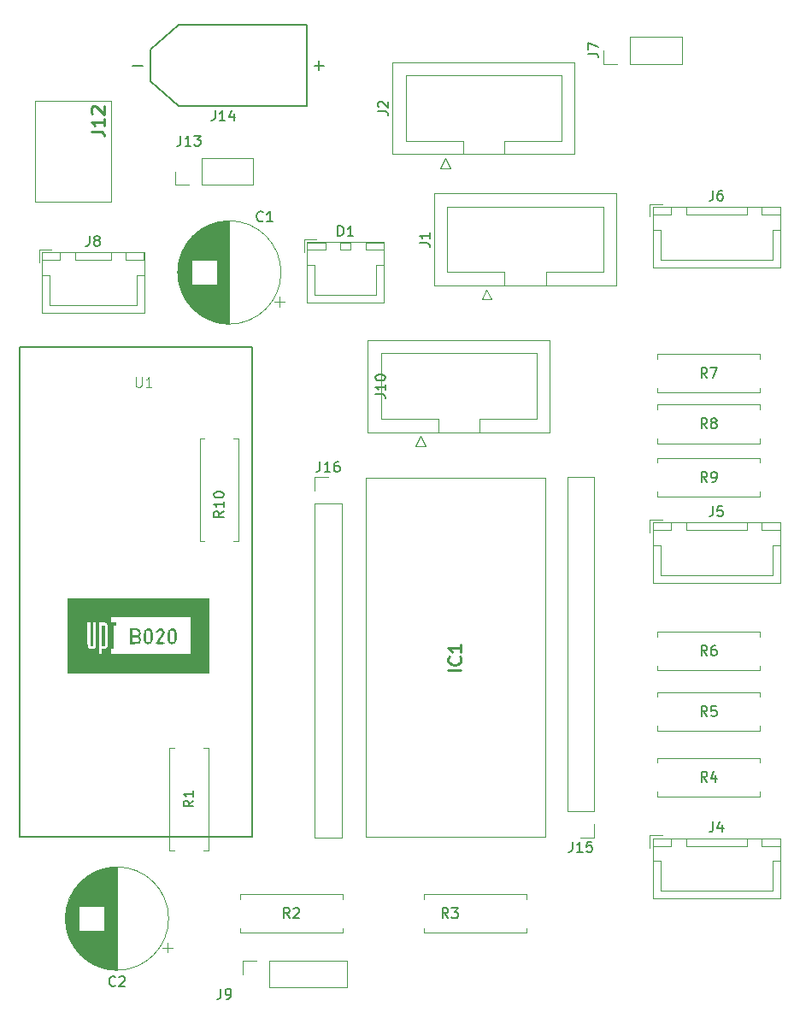
<source format=gbr>
%TF.GenerationSoftware,KiCad,Pcbnew,8.0.1*%
%TF.CreationDate,2024-04-25T00:57:38+03:00*%
%TF.ProjectId,Modul_LCD,4d6f6475-6c5f-44c4-9344-2e6b69636164,rev?*%
%TF.SameCoordinates,Original*%
%TF.FileFunction,Legend,Top*%
%TF.FilePolarity,Positive*%
%FSLAX46Y46*%
G04 Gerber Fmt 4.6, Leading zero omitted, Abs format (unit mm)*
G04 Created by KiCad (PCBNEW 8.0.1) date 2024-04-25 00:57:38*
%MOMM*%
%LPD*%
G01*
G04 APERTURE LIST*
%ADD10C,0.150000*%
%ADD11C,0.254000*%
%ADD12C,0.100000*%
%ADD13C,0.000000*%
%ADD14C,0.120000*%
%ADD15C,0.127000*%
G04 APERTURE END LIST*
D10*
X56964819Y-58579523D02*
X57679104Y-58579523D01*
X57679104Y-58579523D02*
X57821961Y-58627142D01*
X57821961Y-58627142D02*
X57917200Y-58722380D01*
X57917200Y-58722380D02*
X57964819Y-58865237D01*
X57964819Y-58865237D02*
X57964819Y-58960475D01*
X57964819Y-57579523D02*
X57964819Y-58150951D01*
X57964819Y-57865237D02*
X56964819Y-57865237D01*
X56964819Y-57865237D02*
X57107676Y-57960475D01*
X57107676Y-57960475D02*
X57202914Y-58055713D01*
X57202914Y-58055713D02*
X57250533Y-58150951D01*
X56964819Y-56960475D02*
X56964819Y-56865237D01*
X56964819Y-56865237D02*
X57012438Y-56769999D01*
X57012438Y-56769999D02*
X57060057Y-56722380D01*
X57060057Y-56722380D02*
X57155295Y-56674761D01*
X57155295Y-56674761D02*
X57345771Y-56627142D01*
X57345771Y-56627142D02*
X57583866Y-56627142D01*
X57583866Y-56627142D02*
X57774342Y-56674761D01*
X57774342Y-56674761D02*
X57869580Y-56722380D01*
X57869580Y-56722380D02*
X57917200Y-56769999D01*
X57917200Y-56769999D02*
X57964819Y-56865237D01*
X57964819Y-56865237D02*
X57964819Y-56960475D01*
X57964819Y-56960475D02*
X57917200Y-57055713D01*
X57917200Y-57055713D02*
X57869580Y-57103332D01*
X57869580Y-57103332D02*
X57774342Y-57150951D01*
X57774342Y-57150951D02*
X57583866Y-57198570D01*
X57583866Y-57198570D02*
X57345771Y-57198570D01*
X57345771Y-57198570D02*
X57155295Y-57150951D01*
X57155295Y-57150951D02*
X57060057Y-57103332D01*
X57060057Y-57103332D02*
X57012438Y-57055713D01*
X57012438Y-57055713D02*
X56964819Y-56960475D01*
X89833333Y-84454819D02*
X89500000Y-83978628D01*
X89261905Y-84454819D02*
X89261905Y-83454819D01*
X89261905Y-83454819D02*
X89642857Y-83454819D01*
X89642857Y-83454819D02*
X89738095Y-83502438D01*
X89738095Y-83502438D02*
X89785714Y-83550057D01*
X89785714Y-83550057D02*
X89833333Y-83645295D01*
X89833333Y-83645295D02*
X89833333Y-83788152D01*
X89833333Y-83788152D02*
X89785714Y-83883390D01*
X89785714Y-83883390D02*
X89738095Y-83931009D01*
X89738095Y-83931009D02*
X89642857Y-83978628D01*
X89642857Y-83978628D02*
X89261905Y-83978628D01*
X90690476Y-83454819D02*
X90500000Y-83454819D01*
X90500000Y-83454819D02*
X90404762Y-83502438D01*
X90404762Y-83502438D02*
X90357143Y-83550057D01*
X90357143Y-83550057D02*
X90261905Y-83692914D01*
X90261905Y-83692914D02*
X90214286Y-83883390D01*
X90214286Y-83883390D02*
X90214286Y-84264342D01*
X90214286Y-84264342D02*
X90261905Y-84359580D01*
X90261905Y-84359580D02*
X90309524Y-84407200D01*
X90309524Y-84407200D02*
X90404762Y-84454819D01*
X90404762Y-84454819D02*
X90595238Y-84454819D01*
X90595238Y-84454819D02*
X90690476Y-84407200D01*
X90690476Y-84407200D02*
X90738095Y-84359580D01*
X90738095Y-84359580D02*
X90785714Y-84264342D01*
X90785714Y-84264342D02*
X90785714Y-84026247D01*
X90785714Y-84026247D02*
X90738095Y-83931009D01*
X90738095Y-83931009D02*
X90690476Y-83883390D01*
X90690476Y-83883390D02*
X90595238Y-83835771D01*
X90595238Y-83835771D02*
X90404762Y-83835771D01*
X90404762Y-83835771D02*
X90309524Y-83883390D01*
X90309524Y-83883390D02*
X90261905Y-83931009D01*
X90261905Y-83931009D02*
X90214286Y-84026247D01*
X76490476Y-102904819D02*
X76490476Y-103619104D01*
X76490476Y-103619104D02*
X76442857Y-103761961D01*
X76442857Y-103761961D02*
X76347619Y-103857200D01*
X76347619Y-103857200D02*
X76204762Y-103904819D01*
X76204762Y-103904819D02*
X76109524Y-103904819D01*
X77490476Y-103904819D02*
X76919048Y-103904819D01*
X77204762Y-103904819D02*
X77204762Y-102904819D01*
X77204762Y-102904819D02*
X77109524Y-103047676D01*
X77109524Y-103047676D02*
X77014286Y-103142914D01*
X77014286Y-103142914D02*
X76919048Y-103190533D01*
X78395238Y-102904819D02*
X77919048Y-102904819D01*
X77919048Y-102904819D02*
X77871429Y-103381009D01*
X77871429Y-103381009D02*
X77919048Y-103333390D01*
X77919048Y-103333390D02*
X78014286Y-103285771D01*
X78014286Y-103285771D02*
X78252381Y-103285771D01*
X78252381Y-103285771D02*
X78347619Y-103333390D01*
X78347619Y-103333390D02*
X78395238Y-103381009D01*
X78395238Y-103381009D02*
X78442857Y-103476247D01*
X78442857Y-103476247D02*
X78442857Y-103714342D01*
X78442857Y-103714342D02*
X78395238Y-103809580D01*
X78395238Y-103809580D02*
X78347619Y-103857200D01*
X78347619Y-103857200D02*
X78252381Y-103904819D01*
X78252381Y-103904819D02*
X78014286Y-103904819D01*
X78014286Y-103904819D02*
X77919048Y-103857200D01*
X77919048Y-103857200D02*
X77871429Y-103809580D01*
X51490476Y-65244819D02*
X51490476Y-65959104D01*
X51490476Y-65959104D02*
X51442857Y-66101961D01*
X51442857Y-66101961D02*
X51347619Y-66197200D01*
X51347619Y-66197200D02*
X51204762Y-66244819D01*
X51204762Y-66244819D02*
X51109524Y-66244819D01*
X52490476Y-66244819D02*
X51919048Y-66244819D01*
X52204762Y-66244819D02*
X52204762Y-65244819D01*
X52204762Y-65244819D02*
X52109524Y-65387676D01*
X52109524Y-65387676D02*
X52014286Y-65482914D01*
X52014286Y-65482914D02*
X51919048Y-65530533D01*
X53347619Y-65244819D02*
X53157143Y-65244819D01*
X53157143Y-65244819D02*
X53061905Y-65292438D01*
X53061905Y-65292438D02*
X53014286Y-65340057D01*
X53014286Y-65340057D02*
X52919048Y-65482914D01*
X52919048Y-65482914D02*
X52871429Y-65673390D01*
X52871429Y-65673390D02*
X52871429Y-66054342D01*
X52871429Y-66054342D02*
X52919048Y-66149580D01*
X52919048Y-66149580D02*
X52966667Y-66197200D01*
X52966667Y-66197200D02*
X53061905Y-66244819D01*
X53061905Y-66244819D02*
X53252381Y-66244819D01*
X53252381Y-66244819D02*
X53347619Y-66197200D01*
X53347619Y-66197200D02*
X53395238Y-66149580D01*
X53395238Y-66149580D02*
X53442857Y-66054342D01*
X53442857Y-66054342D02*
X53442857Y-65816247D01*
X53442857Y-65816247D02*
X53395238Y-65721009D01*
X53395238Y-65721009D02*
X53347619Y-65673390D01*
X53347619Y-65673390D02*
X53252381Y-65625771D01*
X53252381Y-65625771D02*
X53061905Y-65625771D01*
X53061905Y-65625771D02*
X52966667Y-65673390D01*
X52966667Y-65673390D02*
X52919048Y-65721009D01*
X52919048Y-65721009D02*
X52871429Y-65816247D01*
X89833333Y-67254819D02*
X89500000Y-66778628D01*
X89261905Y-67254819D02*
X89261905Y-66254819D01*
X89261905Y-66254819D02*
X89642857Y-66254819D01*
X89642857Y-66254819D02*
X89738095Y-66302438D01*
X89738095Y-66302438D02*
X89785714Y-66350057D01*
X89785714Y-66350057D02*
X89833333Y-66445295D01*
X89833333Y-66445295D02*
X89833333Y-66588152D01*
X89833333Y-66588152D02*
X89785714Y-66683390D01*
X89785714Y-66683390D02*
X89738095Y-66731009D01*
X89738095Y-66731009D02*
X89642857Y-66778628D01*
X89642857Y-66778628D02*
X89261905Y-66778628D01*
X90309524Y-67254819D02*
X90500000Y-67254819D01*
X90500000Y-67254819D02*
X90595238Y-67207200D01*
X90595238Y-67207200D02*
X90642857Y-67159580D01*
X90642857Y-67159580D02*
X90738095Y-67016723D01*
X90738095Y-67016723D02*
X90785714Y-66826247D01*
X90785714Y-66826247D02*
X90785714Y-66445295D01*
X90785714Y-66445295D02*
X90738095Y-66350057D01*
X90738095Y-66350057D02*
X90690476Y-66302438D01*
X90690476Y-66302438D02*
X90595238Y-66254819D01*
X90595238Y-66254819D02*
X90404762Y-66254819D01*
X90404762Y-66254819D02*
X90309524Y-66302438D01*
X90309524Y-66302438D02*
X90261905Y-66350057D01*
X90261905Y-66350057D02*
X90214286Y-66445295D01*
X90214286Y-66445295D02*
X90214286Y-66683390D01*
X90214286Y-66683390D02*
X90261905Y-66778628D01*
X90261905Y-66778628D02*
X90309524Y-66826247D01*
X90309524Y-66826247D02*
X90404762Y-66873866D01*
X90404762Y-66873866D02*
X90595238Y-66873866D01*
X90595238Y-66873866D02*
X90690476Y-66826247D01*
X90690476Y-66826247D02*
X90738095Y-66778628D01*
X90738095Y-66778628D02*
X90785714Y-66683390D01*
X41090476Y-30454819D02*
X41090476Y-31169104D01*
X41090476Y-31169104D02*
X41042857Y-31311961D01*
X41042857Y-31311961D02*
X40947619Y-31407200D01*
X40947619Y-31407200D02*
X40804762Y-31454819D01*
X40804762Y-31454819D02*
X40709524Y-31454819D01*
X42090476Y-31454819D02*
X41519048Y-31454819D01*
X41804762Y-31454819D02*
X41804762Y-30454819D01*
X41804762Y-30454819D02*
X41709524Y-30597676D01*
X41709524Y-30597676D02*
X41614286Y-30692914D01*
X41614286Y-30692914D02*
X41519048Y-30740533D01*
X42947619Y-30788152D02*
X42947619Y-31454819D01*
X42709524Y-30407200D02*
X42471429Y-31121485D01*
X42471429Y-31121485D02*
X43090476Y-31121485D01*
X57234819Y-30563333D02*
X57949104Y-30563333D01*
X57949104Y-30563333D02*
X58091961Y-30610952D01*
X58091961Y-30610952D02*
X58187200Y-30706190D01*
X58187200Y-30706190D02*
X58234819Y-30849047D01*
X58234819Y-30849047D02*
X58234819Y-30944285D01*
X57330057Y-30134761D02*
X57282438Y-30087142D01*
X57282438Y-30087142D02*
X57234819Y-29991904D01*
X57234819Y-29991904D02*
X57234819Y-29753809D01*
X57234819Y-29753809D02*
X57282438Y-29658571D01*
X57282438Y-29658571D02*
X57330057Y-29610952D01*
X57330057Y-29610952D02*
X57425295Y-29563333D01*
X57425295Y-29563333D02*
X57520533Y-29563333D01*
X57520533Y-29563333D02*
X57663390Y-29610952D01*
X57663390Y-29610952D02*
X58234819Y-30182380D01*
X58234819Y-30182380D02*
X58234819Y-29563333D01*
D11*
X28804318Y-32528094D02*
X29711461Y-32528094D01*
X29711461Y-32528094D02*
X29892889Y-32588571D01*
X29892889Y-32588571D02*
X30013842Y-32709523D01*
X30013842Y-32709523D02*
X30074318Y-32890952D01*
X30074318Y-32890952D02*
X30074318Y-33011904D01*
X30074318Y-31258094D02*
X30074318Y-31983809D01*
X30074318Y-31620952D02*
X28804318Y-31620952D01*
X28804318Y-31620952D02*
X28985746Y-31741904D01*
X28985746Y-31741904D02*
X29106699Y-31862856D01*
X29106699Y-31862856D02*
X29167175Y-31983809D01*
X28925270Y-30774285D02*
X28864794Y-30713809D01*
X28864794Y-30713809D02*
X28804318Y-30592856D01*
X28804318Y-30592856D02*
X28804318Y-30290475D01*
X28804318Y-30290475D02*
X28864794Y-30169523D01*
X28864794Y-30169523D02*
X28925270Y-30109047D01*
X28925270Y-30109047D02*
X29046222Y-30048570D01*
X29046222Y-30048570D02*
X29167175Y-30048570D01*
X29167175Y-30048570D02*
X29348603Y-30109047D01*
X29348603Y-30109047D02*
X30074318Y-30834761D01*
X30074318Y-30834761D02*
X30074318Y-30048570D01*
D10*
X90416666Y-38379819D02*
X90416666Y-39094104D01*
X90416666Y-39094104D02*
X90369047Y-39236961D01*
X90369047Y-39236961D02*
X90273809Y-39332200D01*
X90273809Y-39332200D02*
X90130952Y-39379819D01*
X90130952Y-39379819D02*
X90035714Y-39379819D01*
X91321428Y-38379819D02*
X91130952Y-38379819D01*
X91130952Y-38379819D02*
X91035714Y-38427438D01*
X91035714Y-38427438D02*
X90988095Y-38475057D01*
X90988095Y-38475057D02*
X90892857Y-38617914D01*
X90892857Y-38617914D02*
X90845238Y-38808390D01*
X90845238Y-38808390D02*
X90845238Y-39189342D01*
X90845238Y-39189342D02*
X90892857Y-39284580D01*
X90892857Y-39284580D02*
X90940476Y-39332200D01*
X90940476Y-39332200D02*
X91035714Y-39379819D01*
X91035714Y-39379819D02*
X91226190Y-39379819D01*
X91226190Y-39379819D02*
X91321428Y-39332200D01*
X91321428Y-39332200D02*
X91369047Y-39284580D01*
X91369047Y-39284580D02*
X91416666Y-39189342D01*
X91416666Y-39189342D02*
X91416666Y-38951247D01*
X91416666Y-38951247D02*
X91369047Y-38856009D01*
X91369047Y-38856009D02*
X91321428Y-38808390D01*
X91321428Y-38808390D02*
X91226190Y-38760771D01*
X91226190Y-38760771D02*
X91035714Y-38760771D01*
X91035714Y-38760771D02*
X90940476Y-38808390D01*
X90940476Y-38808390D02*
X90892857Y-38856009D01*
X90892857Y-38856009D02*
X90845238Y-38951247D01*
X45833333Y-41359580D02*
X45785714Y-41407200D01*
X45785714Y-41407200D02*
X45642857Y-41454819D01*
X45642857Y-41454819D02*
X45547619Y-41454819D01*
X45547619Y-41454819D02*
X45404762Y-41407200D01*
X45404762Y-41407200D02*
X45309524Y-41311961D01*
X45309524Y-41311961D02*
X45261905Y-41216723D01*
X45261905Y-41216723D02*
X45214286Y-41026247D01*
X45214286Y-41026247D02*
X45214286Y-40883390D01*
X45214286Y-40883390D02*
X45261905Y-40692914D01*
X45261905Y-40692914D02*
X45309524Y-40597676D01*
X45309524Y-40597676D02*
X45404762Y-40502438D01*
X45404762Y-40502438D02*
X45547619Y-40454819D01*
X45547619Y-40454819D02*
X45642857Y-40454819D01*
X45642857Y-40454819D02*
X45785714Y-40502438D01*
X45785714Y-40502438D02*
X45833333Y-40550057D01*
X46785714Y-41454819D02*
X46214286Y-41454819D01*
X46500000Y-41454819D02*
X46500000Y-40454819D01*
X46500000Y-40454819D02*
X46404762Y-40597676D01*
X46404762Y-40597676D02*
X46309524Y-40692914D01*
X46309524Y-40692914D02*
X46214286Y-40740533D01*
D11*
X65454318Y-85889762D02*
X64184318Y-85889762D01*
X65333365Y-84559285D02*
X65393842Y-84619761D01*
X65393842Y-84619761D02*
X65454318Y-84801190D01*
X65454318Y-84801190D02*
X65454318Y-84922142D01*
X65454318Y-84922142D02*
X65393842Y-85103571D01*
X65393842Y-85103571D02*
X65272889Y-85224523D01*
X65272889Y-85224523D02*
X65151937Y-85285000D01*
X65151937Y-85285000D02*
X64910032Y-85345476D01*
X64910032Y-85345476D02*
X64728603Y-85345476D01*
X64728603Y-85345476D02*
X64486699Y-85285000D01*
X64486699Y-85285000D02*
X64365746Y-85224523D01*
X64365746Y-85224523D02*
X64244794Y-85103571D01*
X64244794Y-85103571D02*
X64184318Y-84922142D01*
X64184318Y-84922142D02*
X64184318Y-84801190D01*
X64184318Y-84801190D02*
X64244794Y-84619761D01*
X64244794Y-84619761D02*
X64305270Y-84559285D01*
X65454318Y-83349761D02*
X65454318Y-84075476D01*
X65454318Y-83712619D02*
X64184318Y-83712619D01*
X64184318Y-83712619D02*
X64365746Y-83833571D01*
X64365746Y-83833571D02*
X64486699Y-83954523D01*
X64486699Y-83954523D02*
X64547175Y-84075476D01*
D10*
X37690476Y-32954819D02*
X37690476Y-33669104D01*
X37690476Y-33669104D02*
X37642857Y-33811961D01*
X37642857Y-33811961D02*
X37547619Y-33907200D01*
X37547619Y-33907200D02*
X37404762Y-33954819D01*
X37404762Y-33954819D02*
X37309524Y-33954819D01*
X38690476Y-33954819D02*
X38119048Y-33954819D01*
X38404762Y-33954819D02*
X38404762Y-32954819D01*
X38404762Y-32954819D02*
X38309524Y-33097676D01*
X38309524Y-33097676D02*
X38214286Y-33192914D01*
X38214286Y-33192914D02*
X38119048Y-33240533D01*
X39023810Y-32954819D02*
X39642857Y-32954819D01*
X39642857Y-32954819D02*
X39309524Y-33335771D01*
X39309524Y-33335771D02*
X39452381Y-33335771D01*
X39452381Y-33335771D02*
X39547619Y-33383390D01*
X39547619Y-33383390D02*
X39595238Y-33431009D01*
X39595238Y-33431009D02*
X39642857Y-33526247D01*
X39642857Y-33526247D02*
X39642857Y-33764342D01*
X39642857Y-33764342D02*
X39595238Y-33859580D01*
X39595238Y-33859580D02*
X39547619Y-33907200D01*
X39547619Y-33907200D02*
X39452381Y-33954819D01*
X39452381Y-33954819D02*
X39166667Y-33954819D01*
X39166667Y-33954819D02*
X39071429Y-33907200D01*
X39071429Y-33907200D02*
X39023810Y-33859580D01*
X89833333Y-61954819D02*
X89500000Y-61478628D01*
X89261905Y-61954819D02*
X89261905Y-60954819D01*
X89261905Y-60954819D02*
X89642857Y-60954819D01*
X89642857Y-60954819D02*
X89738095Y-61002438D01*
X89738095Y-61002438D02*
X89785714Y-61050057D01*
X89785714Y-61050057D02*
X89833333Y-61145295D01*
X89833333Y-61145295D02*
X89833333Y-61288152D01*
X89833333Y-61288152D02*
X89785714Y-61383390D01*
X89785714Y-61383390D02*
X89738095Y-61431009D01*
X89738095Y-61431009D02*
X89642857Y-61478628D01*
X89642857Y-61478628D02*
X89261905Y-61478628D01*
X90404762Y-61383390D02*
X90309524Y-61335771D01*
X90309524Y-61335771D02*
X90261905Y-61288152D01*
X90261905Y-61288152D02*
X90214286Y-61192914D01*
X90214286Y-61192914D02*
X90214286Y-61145295D01*
X90214286Y-61145295D02*
X90261905Y-61050057D01*
X90261905Y-61050057D02*
X90309524Y-61002438D01*
X90309524Y-61002438D02*
X90404762Y-60954819D01*
X90404762Y-60954819D02*
X90595238Y-60954819D01*
X90595238Y-60954819D02*
X90690476Y-61002438D01*
X90690476Y-61002438D02*
X90738095Y-61050057D01*
X90738095Y-61050057D02*
X90785714Y-61145295D01*
X90785714Y-61145295D02*
X90785714Y-61192914D01*
X90785714Y-61192914D02*
X90738095Y-61288152D01*
X90738095Y-61288152D02*
X90690476Y-61335771D01*
X90690476Y-61335771D02*
X90595238Y-61383390D01*
X90595238Y-61383390D02*
X90404762Y-61383390D01*
X90404762Y-61383390D02*
X90309524Y-61431009D01*
X90309524Y-61431009D02*
X90261905Y-61478628D01*
X90261905Y-61478628D02*
X90214286Y-61573866D01*
X90214286Y-61573866D02*
X90214286Y-61764342D01*
X90214286Y-61764342D02*
X90261905Y-61859580D01*
X90261905Y-61859580D02*
X90309524Y-61907200D01*
X90309524Y-61907200D02*
X90404762Y-61954819D01*
X90404762Y-61954819D02*
X90595238Y-61954819D01*
X90595238Y-61954819D02*
X90690476Y-61907200D01*
X90690476Y-61907200D02*
X90738095Y-61859580D01*
X90738095Y-61859580D02*
X90785714Y-61764342D01*
X90785714Y-61764342D02*
X90785714Y-61573866D01*
X90785714Y-61573866D02*
X90738095Y-61478628D01*
X90738095Y-61478628D02*
X90690476Y-61431009D01*
X90690476Y-61431009D02*
X90595238Y-61383390D01*
X89833333Y-90454819D02*
X89500000Y-89978628D01*
X89261905Y-90454819D02*
X89261905Y-89454819D01*
X89261905Y-89454819D02*
X89642857Y-89454819D01*
X89642857Y-89454819D02*
X89738095Y-89502438D01*
X89738095Y-89502438D02*
X89785714Y-89550057D01*
X89785714Y-89550057D02*
X89833333Y-89645295D01*
X89833333Y-89645295D02*
X89833333Y-89788152D01*
X89833333Y-89788152D02*
X89785714Y-89883390D01*
X89785714Y-89883390D02*
X89738095Y-89931009D01*
X89738095Y-89931009D02*
X89642857Y-89978628D01*
X89642857Y-89978628D02*
X89261905Y-89978628D01*
X90738095Y-89454819D02*
X90261905Y-89454819D01*
X90261905Y-89454819D02*
X90214286Y-89931009D01*
X90214286Y-89931009D02*
X90261905Y-89883390D01*
X90261905Y-89883390D02*
X90357143Y-89835771D01*
X90357143Y-89835771D02*
X90595238Y-89835771D01*
X90595238Y-89835771D02*
X90690476Y-89883390D01*
X90690476Y-89883390D02*
X90738095Y-89931009D01*
X90738095Y-89931009D02*
X90785714Y-90026247D01*
X90785714Y-90026247D02*
X90785714Y-90264342D01*
X90785714Y-90264342D02*
X90738095Y-90359580D01*
X90738095Y-90359580D02*
X90690476Y-90407200D01*
X90690476Y-90407200D02*
X90595238Y-90454819D01*
X90595238Y-90454819D02*
X90357143Y-90454819D01*
X90357143Y-90454819D02*
X90261905Y-90407200D01*
X90261905Y-90407200D02*
X90214286Y-90359580D01*
X53261905Y-42879819D02*
X53261905Y-41879819D01*
X53261905Y-41879819D02*
X53500000Y-41879819D01*
X53500000Y-41879819D02*
X53642857Y-41927438D01*
X53642857Y-41927438D02*
X53738095Y-42022676D01*
X53738095Y-42022676D02*
X53785714Y-42117914D01*
X53785714Y-42117914D02*
X53833333Y-42308390D01*
X53833333Y-42308390D02*
X53833333Y-42451247D01*
X53833333Y-42451247D02*
X53785714Y-42641723D01*
X53785714Y-42641723D02*
X53738095Y-42736961D01*
X53738095Y-42736961D02*
X53642857Y-42832200D01*
X53642857Y-42832200D02*
X53500000Y-42879819D01*
X53500000Y-42879819D02*
X53261905Y-42879819D01*
X54785714Y-42879819D02*
X54214286Y-42879819D01*
X54500000Y-42879819D02*
X54500000Y-41879819D01*
X54500000Y-41879819D02*
X54404762Y-42022676D01*
X54404762Y-42022676D02*
X54309524Y-42117914D01*
X54309524Y-42117914D02*
X54214286Y-42165533D01*
X90416666Y-100904819D02*
X90416666Y-101619104D01*
X90416666Y-101619104D02*
X90369047Y-101761961D01*
X90369047Y-101761961D02*
X90273809Y-101857200D01*
X90273809Y-101857200D02*
X90130952Y-101904819D01*
X90130952Y-101904819D02*
X90035714Y-101904819D01*
X91321428Y-101238152D02*
X91321428Y-101904819D01*
X91083333Y-100857200D02*
X90845238Y-101571485D01*
X90845238Y-101571485D02*
X91464285Y-101571485D01*
X89833333Y-56954819D02*
X89500000Y-56478628D01*
X89261905Y-56954819D02*
X89261905Y-55954819D01*
X89261905Y-55954819D02*
X89642857Y-55954819D01*
X89642857Y-55954819D02*
X89738095Y-56002438D01*
X89738095Y-56002438D02*
X89785714Y-56050057D01*
X89785714Y-56050057D02*
X89833333Y-56145295D01*
X89833333Y-56145295D02*
X89833333Y-56288152D01*
X89833333Y-56288152D02*
X89785714Y-56383390D01*
X89785714Y-56383390D02*
X89738095Y-56431009D01*
X89738095Y-56431009D02*
X89642857Y-56478628D01*
X89642857Y-56478628D02*
X89261905Y-56478628D01*
X90166667Y-55954819D02*
X90833333Y-55954819D01*
X90833333Y-55954819D02*
X90404762Y-56954819D01*
D12*
X33238095Y-56838419D02*
X33238095Y-57647942D01*
X33238095Y-57647942D02*
X33285714Y-57743180D01*
X33285714Y-57743180D02*
X33333333Y-57790800D01*
X33333333Y-57790800D02*
X33428571Y-57838419D01*
X33428571Y-57838419D02*
X33619047Y-57838419D01*
X33619047Y-57838419D02*
X33714285Y-57790800D01*
X33714285Y-57790800D02*
X33761904Y-57743180D01*
X33761904Y-57743180D02*
X33809523Y-57647942D01*
X33809523Y-57647942D02*
X33809523Y-56838419D01*
X34809523Y-57838419D02*
X34238095Y-57838419D01*
X34523809Y-57838419D02*
X34523809Y-56838419D01*
X34523809Y-56838419D02*
X34428571Y-56981276D01*
X34428571Y-56981276D02*
X34333333Y-57076514D01*
X34333333Y-57076514D02*
X34238095Y-57124133D01*
D10*
X48483333Y-110454819D02*
X48150000Y-109978628D01*
X47911905Y-110454819D02*
X47911905Y-109454819D01*
X47911905Y-109454819D02*
X48292857Y-109454819D01*
X48292857Y-109454819D02*
X48388095Y-109502438D01*
X48388095Y-109502438D02*
X48435714Y-109550057D01*
X48435714Y-109550057D02*
X48483333Y-109645295D01*
X48483333Y-109645295D02*
X48483333Y-109788152D01*
X48483333Y-109788152D02*
X48435714Y-109883390D01*
X48435714Y-109883390D02*
X48388095Y-109931009D01*
X48388095Y-109931009D02*
X48292857Y-109978628D01*
X48292857Y-109978628D02*
X47911905Y-109978628D01*
X48864286Y-109550057D02*
X48911905Y-109502438D01*
X48911905Y-109502438D02*
X49007143Y-109454819D01*
X49007143Y-109454819D02*
X49245238Y-109454819D01*
X49245238Y-109454819D02*
X49340476Y-109502438D01*
X49340476Y-109502438D02*
X49388095Y-109550057D01*
X49388095Y-109550057D02*
X49435714Y-109645295D01*
X49435714Y-109645295D02*
X49435714Y-109740533D01*
X49435714Y-109740533D02*
X49388095Y-109883390D01*
X49388095Y-109883390D02*
X48816667Y-110454819D01*
X48816667Y-110454819D02*
X49435714Y-110454819D01*
X38954819Y-98816666D02*
X38478628Y-99149999D01*
X38954819Y-99388094D02*
X37954819Y-99388094D01*
X37954819Y-99388094D02*
X37954819Y-99007142D01*
X37954819Y-99007142D02*
X38002438Y-98911904D01*
X38002438Y-98911904D02*
X38050057Y-98864285D01*
X38050057Y-98864285D02*
X38145295Y-98816666D01*
X38145295Y-98816666D02*
X38288152Y-98816666D01*
X38288152Y-98816666D02*
X38383390Y-98864285D01*
X38383390Y-98864285D02*
X38431009Y-98911904D01*
X38431009Y-98911904D02*
X38478628Y-99007142D01*
X38478628Y-99007142D02*
X38478628Y-99388094D01*
X38954819Y-97864285D02*
X38954819Y-98435713D01*
X38954819Y-98149999D02*
X37954819Y-98149999D01*
X37954819Y-98149999D02*
X38097676Y-98245237D01*
X38097676Y-98245237D02*
X38192914Y-98340475D01*
X38192914Y-98340475D02*
X38240533Y-98435713D01*
X41666666Y-117454819D02*
X41666666Y-118169104D01*
X41666666Y-118169104D02*
X41619047Y-118311961D01*
X41619047Y-118311961D02*
X41523809Y-118407200D01*
X41523809Y-118407200D02*
X41380952Y-118454819D01*
X41380952Y-118454819D02*
X41285714Y-118454819D01*
X42190476Y-118454819D02*
X42380952Y-118454819D01*
X42380952Y-118454819D02*
X42476190Y-118407200D01*
X42476190Y-118407200D02*
X42523809Y-118359580D01*
X42523809Y-118359580D02*
X42619047Y-118216723D01*
X42619047Y-118216723D02*
X42666666Y-118026247D01*
X42666666Y-118026247D02*
X42666666Y-117645295D01*
X42666666Y-117645295D02*
X42619047Y-117550057D01*
X42619047Y-117550057D02*
X42571428Y-117502438D01*
X42571428Y-117502438D02*
X42476190Y-117454819D01*
X42476190Y-117454819D02*
X42285714Y-117454819D01*
X42285714Y-117454819D02*
X42190476Y-117502438D01*
X42190476Y-117502438D02*
X42142857Y-117550057D01*
X42142857Y-117550057D02*
X42095238Y-117645295D01*
X42095238Y-117645295D02*
X42095238Y-117883390D01*
X42095238Y-117883390D02*
X42142857Y-117978628D01*
X42142857Y-117978628D02*
X42190476Y-118026247D01*
X42190476Y-118026247D02*
X42285714Y-118073866D01*
X42285714Y-118073866D02*
X42476190Y-118073866D01*
X42476190Y-118073866D02*
X42571428Y-118026247D01*
X42571428Y-118026247D02*
X42619047Y-117978628D01*
X42619047Y-117978628D02*
X42666666Y-117883390D01*
X64183333Y-110454819D02*
X63850000Y-109978628D01*
X63611905Y-110454819D02*
X63611905Y-109454819D01*
X63611905Y-109454819D02*
X63992857Y-109454819D01*
X63992857Y-109454819D02*
X64088095Y-109502438D01*
X64088095Y-109502438D02*
X64135714Y-109550057D01*
X64135714Y-109550057D02*
X64183333Y-109645295D01*
X64183333Y-109645295D02*
X64183333Y-109788152D01*
X64183333Y-109788152D02*
X64135714Y-109883390D01*
X64135714Y-109883390D02*
X64088095Y-109931009D01*
X64088095Y-109931009D02*
X63992857Y-109978628D01*
X63992857Y-109978628D02*
X63611905Y-109978628D01*
X64516667Y-109454819D02*
X65135714Y-109454819D01*
X65135714Y-109454819D02*
X64802381Y-109835771D01*
X64802381Y-109835771D02*
X64945238Y-109835771D01*
X64945238Y-109835771D02*
X65040476Y-109883390D01*
X65040476Y-109883390D02*
X65088095Y-109931009D01*
X65088095Y-109931009D02*
X65135714Y-110026247D01*
X65135714Y-110026247D02*
X65135714Y-110264342D01*
X65135714Y-110264342D02*
X65088095Y-110359580D01*
X65088095Y-110359580D02*
X65040476Y-110407200D01*
X65040476Y-110407200D02*
X64945238Y-110454819D01*
X64945238Y-110454819D02*
X64659524Y-110454819D01*
X64659524Y-110454819D02*
X64564286Y-110407200D01*
X64564286Y-110407200D02*
X64516667Y-110359580D01*
X90416666Y-69642319D02*
X90416666Y-70356604D01*
X90416666Y-70356604D02*
X90369047Y-70499461D01*
X90369047Y-70499461D02*
X90273809Y-70594700D01*
X90273809Y-70594700D02*
X90130952Y-70642319D01*
X90130952Y-70642319D02*
X90035714Y-70642319D01*
X91369047Y-69642319D02*
X90892857Y-69642319D01*
X90892857Y-69642319D02*
X90845238Y-70118509D01*
X90845238Y-70118509D02*
X90892857Y-70070890D01*
X90892857Y-70070890D02*
X90988095Y-70023271D01*
X90988095Y-70023271D02*
X91226190Y-70023271D01*
X91226190Y-70023271D02*
X91321428Y-70070890D01*
X91321428Y-70070890D02*
X91369047Y-70118509D01*
X91369047Y-70118509D02*
X91416666Y-70213747D01*
X91416666Y-70213747D02*
X91416666Y-70451842D01*
X91416666Y-70451842D02*
X91369047Y-70547080D01*
X91369047Y-70547080D02*
X91321428Y-70594700D01*
X91321428Y-70594700D02*
X91226190Y-70642319D01*
X91226190Y-70642319D02*
X90988095Y-70642319D01*
X90988095Y-70642319D02*
X90892857Y-70594700D01*
X90892857Y-70594700D02*
X90845238Y-70547080D01*
X31201010Y-117109580D02*
X31153391Y-117157200D01*
X31153391Y-117157200D02*
X31010534Y-117204819D01*
X31010534Y-117204819D02*
X30915296Y-117204819D01*
X30915296Y-117204819D02*
X30772439Y-117157200D01*
X30772439Y-117157200D02*
X30677201Y-117061961D01*
X30677201Y-117061961D02*
X30629582Y-116966723D01*
X30629582Y-116966723D02*
X30581963Y-116776247D01*
X30581963Y-116776247D02*
X30581963Y-116633390D01*
X30581963Y-116633390D02*
X30629582Y-116442914D01*
X30629582Y-116442914D02*
X30677201Y-116347676D01*
X30677201Y-116347676D02*
X30772439Y-116252438D01*
X30772439Y-116252438D02*
X30915296Y-116204819D01*
X30915296Y-116204819D02*
X31010534Y-116204819D01*
X31010534Y-116204819D02*
X31153391Y-116252438D01*
X31153391Y-116252438D02*
X31201010Y-116300057D01*
X31581963Y-116300057D02*
X31629582Y-116252438D01*
X31629582Y-116252438D02*
X31724820Y-116204819D01*
X31724820Y-116204819D02*
X31962915Y-116204819D01*
X31962915Y-116204819D02*
X32058153Y-116252438D01*
X32058153Y-116252438D02*
X32105772Y-116300057D01*
X32105772Y-116300057D02*
X32153391Y-116395295D01*
X32153391Y-116395295D02*
X32153391Y-116490533D01*
X32153391Y-116490533D02*
X32105772Y-116633390D01*
X32105772Y-116633390D02*
X31534344Y-117204819D01*
X31534344Y-117204819D02*
X32153391Y-117204819D01*
X78044819Y-24833333D02*
X78759104Y-24833333D01*
X78759104Y-24833333D02*
X78901961Y-24880952D01*
X78901961Y-24880952D02*
X78997200Y-24976190D01*
X78997200Y-24976190D02*
X79044819Y-25119047D01*
X79044819Y-25119047D02*
X79044819Y-25214285D01*
X78044819Y-24452380D02*
X78044819Y-23785714D01*
X78044819Y-23785714D02*
X79044819Y-24214285D01*
X28666666Y-42879819D02*
X28666666Y-43594104D01*
X28666666Y-43594104D02*
X28619047Y-43736961D01*
X28619047Y-43736961D02*
X28523809Y-43832200D01*
X28523809Y-43832200D02*
X28380952Y-43879819D01*
X28380952Y-43879819D02*
X28285714Y-43879819D01*
X29285714Y-43308390D02*
X29190476Y-43260771D01*
X29190476Y-43260771D02*
X29142857Y-43213152D01*
X29142857Y-43213152D02*
X29095238Y-43117914D01*
X29095238Y-43117914D02*
X29095238Y-43070295D01*
X29095238Y-43070295D02*
X29142857Y-42975057D01*
X29142857Y-42975057D02*
X29190476Y-42927438D01*
X29190476Y-42927438D02*
X29285714Y-42879819D01*
X29285714Y-42879819D02*
X29476190Y-42879819D01*
X29476190Y-42879819D02*
X29571428Y-42927438D01*
X29571428Y-42927438D02*
X29619047Y-42975057D01*
X29619047Y-42975057D02*
X29666666Y-43070295D01*
X29666666Y-43070295D02*
X29666666Y-43117914D01*
X29666666Y-43117914D02*
X29619047Y-43213152D01*
X29619047Y-43213152D02*
X29571428Y-43260771D01*
X29571428Y-43260771D02*
X29476190Y-43308390D01*
X29476190Y-43308390D02*
X29285714Y-43308390D01*
X29285714Y-43308390D02*
X29190476Y-43356009D01*
X29190476Y-43356009D02*
X29142857Y-43403628D01*
X29142857Y-43403628D02*
X29095238Y-43498866D01*
X29095238Y-43498866D02*
X29095238Y-43689342D01*
X29095238Y-43689342D02*
X29142857Y-43784580D01*
X29142857Y-43784580D02*
X29190476Y-43832200D01*
X29190476Y-43832200D02*
X29285714Y-43879819D01*
X29285714Y-43879819D02*
X29476190Y-43879819D01*
X29476190Y-43879819D02*
X29571428Y-43832200D01*
X29571428Y-43832200D02*
X29619047Y-43784580D01*
X29619047Y-43784580D02*
X29666666Y-43689342D01*
X29666666Y-43689342D02*
X29666666Y-43498866D01*
X29666666Y-43498866D02*
X29619047Y-43403628D01*
X29619047Y-43403628D02*
X29571428Y-43356009D01*
X29571428Y-43356009D02*
X29476190Y-43308390D01*
X61354819Y-43563333D02*
X62069104Y-43563333D01*
X62069104Y-43563333D02*
X62211961Y-43610952D01*
X62211961Y-43610952D02*
X62307200Y-43706190D01*
X62307200Y-43706190D02*
X62354819Y-43849047D01*
X62354819Y-43849047D02*
X62354819Y-43944285D01*
X62354819Y-42563333D02*
X62354819Y-43134761D01*
X62354819Y-42849047D02*
X61354819Y-42849047D01*
X61354819Y-42849047D02*
X61497676Y-42944285D01*
X61497676Y-42944285D02*
X61592914Y-43039523D01*
X61592914Y-43039523D02*
X61640533Y-43134761D01*
X41954819Y-70142857D02*
X41478628Y-70476190D01*
X41954819Y-70714285D02*
X40954819Y-70714285D01*
X40954819Y-70714285D02*
X40954819Y-70333333D01*
X40954819Y-70333333D02*
X41002438Y-70238095D01*
X41002438Y-70238095D02*
X41050057Y-70190476D01*
X41050057Y-70190476D02*
X41145295Y-70142857D01*
X41145295Y-70142857D02*
X41288152Y-70142857D01*
X41288152Y-70142857D02*
X41383390Y-70190476D01*
X41383390Y-70190476D02*
X41431009Y-70238095D01*
X41431009Y-70238095D02*
X41478628Y-70333333D01*
X41478628Y-70333333D02*
X41478628Y-70714285D01*
X41954819Y-69190476D02*
X41954819Y-69761904D01*
X41954819Y-69476190D02*
X40954819Y-69476190D01*
X40954819Y-69476190D02*
X41097676Y-69571428D01*
X41097676Y-69571428D02*
X41192914Y-69666666D01*
X41192914Y-69666666D02*
X41240533Y-69761904D01*
X40954819Y-68571428D02*
X40954819Y-68476190D01*
X40954819Y-68476190D02*
X41002438Y-68380952D01*
X41002438Y-68380952D02*
X41050057Y-68333333D01*
X41050057Y-68333333D02*
X41145295Y-68285714D01*
X41145295Y-68285714D02*
X41335771Y-68238095D01*
X41335771Y-68238095D02*
X41573866Y-68238095D01*
X41573866Y-68238095D02*
X41764342Y-68285714D01*
X41764342Y-68285714D02*
X41859580Y-68333333D01*
X41859580Y-68333333D02*
X41907200Y-68380952D01*
X41907200Y-68380952D02*
X41954819Y-68476190D01*
X41954819Y-68476190D02*
X41954819Y-68571428D01*
X41954819Y-68571428D02*
X41907200Y-68666666D01*
X41907200Y-68666666D02*
X41859580Y-68714285D01*
X41859580Y-68714285D02*
X41764342Y-68761904D01*
X41764342Y-68761904D02*
X41573866Y-68809523D01*
X41573866Y-68809523D02*
X41335771Y-68809523D01*
X41335771Y-68809523D02*
X41145295Y-68761904D01*
X41145295Y-68761904D02*
X41050057Y-68714285D01*
X41050057Y-68714285D02*
X41002438Y-68666666D01*
X41002438Y-68666666D02*
X40954819Y-68571428D01*
X89833333Y-96954819D02*
X89500000Y-96478628D01*
X89261905Y-96954819D02*
X89261905Y-95954819D01*
X89261905Y-95954819D02*
X89642857Y-95954819D01*
X89642857Y-95954819D02*
X89738095Y-96002438D01*
X89738095Y-96002438D02*
X89785714Y-96050057D01*
X89785714Y-96050057D02*
X89833333Y-96145295D01*
X89833333Y-96145295D02*
X89833333Y-96288152D01*
X89833333Y-96288152D02*
X89785714Y-96383390D01*
X89785714Y-96383390D02*
X89738095Y-96431009D01*
X89738095Y-96431009D02*
X89642857Y-96478628D01*
X89642857Y-96478628D02*
X89261905Y-96478628D01*
X90690476Y-96288152D02*
X90690476Y-96954819D01*
X90452381Y-95907200D02*
X90214286Y-96621485D01*
X90214286Y-96621485D02*
X90833333Y-96621485D01*
D13*
%TO.C,G\u002A\u002A\u002A*%
G36*
X36987730Y-81784323D02*
G01*
X37111583Y-81829989D01*
X37195625Y-81920310D01*
X37246777Y-82066913D01*
X37271958Y-82281424D01*
X37278137Y-82546252D01*
X37269191Y-82833984D01*
X37238071Y-83043170D01*
X37178349Y-83184933D01*
X37083600Y-83270394D01*
X36947397Y-83310674D01*
X36832250Y-83317907D01*
X36672654Y-83300717D01*
X36555673Y-83236076D01*
X36524992Y-83207625D01*
X36477785Y-83155392D01*
X36446155Y-83098488D01*
X36426998Y-83018505D01*
X36417206Y-82897036D01*
X36413674Y-82715672D01*
X36413302Y-82562036D01*
X36595341Y-82562036D01*
X36599230Y-82783466D01*
X36612524Y-82931304D01*
X36637663Y-83022731D01*
X36666872Y-83065745D01*
X36778552Y-83126370D01*
X36906361Y-83128994D01*
X36995914Y-83082652D01*
X37024606Y-83004416D01*
X37042912Y-82840149D01*
X37050379Y-82594316D01*
X37050538Y-82545520D01*
X37046931Y-82302193D01*
X37032375Y-82135646D01*
X37001267Y-82031776D01*
X36948003Y-81976481D01*
X36866982Y-81955656D01*
X36815437Y-81953763D01*
X36724314Y-81969026D01*
X36661348Y-82023298D01*
X36621935Y-82129303D01*
X36601472Y-82299764D01*
X36595353Y-82547407D01*
X36595341Y-82562036D01*
X36413302Y-82562036D01*
X36413262Y-82545520D01*
X36414282Y-82311958D01*
X36419413Y-82151023D01*
X36431761Y-82044307D01*
X36454432Y-81973402D01*
X36490534Y-81919901D01*
X36524992Y-81883415D01*
X36654137Y-81796495D01*
X36817147Y-81771685D01*
X36987730Y-81784323D01*
G37*
G36*
X35826567Y-81787781D02*
G01*
X35941668Y-81846774D01*
X35988423Y-81888944D01*
X36071797Y-82013339D01*
X36088437Y-82160246D01*
X36036483Y-82338614D01*
X35914074Y-82557387D01*
X35821757Y-82690367D01*
X35685645Y-82878223D01*
X35602372Y-83004337D01*
X35571797Y-83081006D01*
X35593779Y-83120523D01*
X35668177Y-83135184D01*
X35794850Y-83137284D01*
X35816636Y-83137276D01*
X35970823Y-83140484D01*
X36054730Y-83154618D01*
X36089024Y-83186448D01*
X36094624Y-83228315D01*
X36088094Y-83270629D01*
X36057246Y-83297334D01*
X35985192Y-83311986D01*
X35855045Y-83318141D01*
X35662187Y-83319355D01*
X35461279Y-83318016D01*
X35334491Y-83311595D01*
X35264913Y-83296490D01*
X35235636Y-83269095D01*
X35229749Y-83227176D01*
X35256090Y-83155537D01*
X35327617Y-83030659D01*
X35433092Y-82870748D01*
X35548387Y-82711079D01*
X35712011Y-82481912D01*
X35815243Y-82306618D01*
X35862040Y-82174669D01*
X35856357Y-82075536D01*
X35812402Y-82008387D01*
X35704148Y-81956095D01*
X35582176Y-81975813D01*
X35479904Y-82061663D01*
X35475922Y-82067563D01*
X35398927Y-82145009D01*
X35313876Y-82179370D01*
X35248739Y-82165078D01*
X35229749Y-82116575D01*
X35257317Y-82042287D01*
X35325733Y-81938844D01*
X35347595Y-81911736D01*
X35441945Y-81819475D01*
X35544575Y-81779314D01*
X35668302Y-81771685D01*
X35826567Y-81787781D01*
G37*
G36*
X34620705Y-81784323D02*
G01*
X34744558Y-81829989D01*
X34828600Y-81920310D01*
X34879752Y-82066913D01*
X34904933Y-82281424D01*
X34911111Y-82546252D01*
X34902166Y-82833984D01*
X34871046Y-83043170D01*
X34811324Y-83184933D01*
X34716575Y-83270394D01*
X34580372Y-83310674D01*
X34465225Y-83317907D01*
X34305629Y-83300717D01*
X34188648Y-83236076D01*
X34157967Y-83207625D01*
X34110759Y-83155392D01*
X34079130Y-83098488D01*
X34059973Y-83018505D01*
X34050181Y-82897036D01*
X34046649Y-82715672D01*
X34046277Y-82562036D01*
X34228316Y-82562036D01*
X34232205Y-82783466D01*
X34245499Y-82931304D01*
X34270638Y-83022731D01*
X34299847Y-83065745D01*
X34411527Y-83126370D01*
X34539335Y-83128994D01*
X34628889Y-83082652D01*
X34657580Y-83004416D01*
X34675887Y-82840149D01*
X34683354Y-82594316D01*
X34683513Y-82545520D01*
X34679906Y-82302193D01*
X34665350Y-82135646D01*
X34634241Y-82031776D01*
X34580978Y-81976481D01*
X34499957Y-81955656D01*
X34448412Y-81953763D01*
X34357289Y-81969026D01*
X34294323Y-82023298D01*
X34254910Y-82129303D01*
X34234447Y-82299764D01*
X34228328Y-82547407D01*
X34228316Y-82562036D01*
X34046277Y-82562036D01*
X34046237Y-82545520D01*
X34047257Y-82311958D01*
X34052388Y-82151023D01*
X34064736Y-82044307D01*
X34087407Y-81973402D01*
X34123509Y-81919901D01*
X34157967Y-81883415D01*
X34287112Y-81796495D01*
X34450122Y-81771685D01*
X34620705Y-81784323D01*
G37*
G36*
X33117155Y-81778670D02*
G01*
X33323697Y-81788174D01*
X33459885Y-81801962D01*
X33546399Y-81824904D01*
X33603924Y-81861870D01*
X33640632Y-81901907D01*
X33709769Y-82045131D01*
X33726693Y-82214229D01*
X33691612Y-82371655D01*
X33637594Y-82453446D01*
X33580789Y-82517119D01*
X33579621Y-82565363D01*
X33638098Y-82633885D01*
X33660354Y-82656215D01*
X33754788Y-82806552D01*
X33763808Y-82972736D01*
X33687324Y-83138861D01*
X33663314Y-83168877D01*
X33606535Y-83228507D01*
X33545770Y-83266969D01*
X33459398Y-83289942D01*
X33325798Y-83303106D01*
X33123349Y-83312142D01*
X33117077Y-83312369D01*
X32680646Y-83328143D01*
X32680646Y-82636559D01*
X32908244Y-82636559D01*
X32908244Y-82886918D01*
X32908244Y-83137276D01*
X33138835Y-83137276D01*
X33291648Y-83128175D01*
X33417660Y-83105080D01*
X33457473Y-83090155D01*
X33520286Y-83011774D01*
X33546337Y-82889599D01*
X33532196Y-82764552D01*
X33490896Y-82691183D01*
X33417925Y-82661351D01*
X33286737Y-82641511D01*
X33172258Y-82636559D01*
X32908244Y-82636559D01*
X32680646Y-82636559D01*
X32680646Y-82545520D01*
X32680646Y-81953763D01*
X32908244Y-81953763D01*
X32908244Y-82204122D01*
X32908244Y-82454480D01*
X33155351Y-82454480D01*
X33353919Y-82437487D01*
X33469928Y-82386821D01*
X33473989Y-82382949D01*
X33531858Y-82280663D01*
X33545520Y-82204122D01*
X33514410Y-82074433D01*
X33416673Y-81993436D01*
X33245697Y-81956887D01*
X33155351Y-81953763D01*
X32908244Y-81953763D01*
X32680646Y-81953763D01*
X32680646Y-81762897D01*
X33117155Y-81778670D01*
G37*
G36*
X30177061Y-82477240D02*
G01*
X30177061Y-83501434D01*
X30017742Y-83501434D01*
X29858423Y-83501434D01*
X29858423Y-82477240D01*
X29858423Y-81453047D01*
X30017742Y-81453047D01*
X30177061Y-81453047D01*
X30177061Y-82477240D01*
G37*
G36*
X40510036Y-82500000D02*
G01*
X40510036Y-86232616D01*
X33500000Y-86232616D01*
X26489965Y-86232616D01*
X26489965Y-84275269D01*
X29585305Y-84275269D01*
X29721864Y-84275269D01*
X29799933Y-84271065D01*
X29840567Y-84243514D01*
X29855990Y-84170208D01*
X29858423Y-84028739D01*
X29858423Y-84024910D01*
X29858423Y-83774552D01*
X30063262Y-83774552D01*
X30239029Y-83753727D01*
X30356190Y-83686421D01*
X30359140Y-83683513D01*
X30387540Y-83650545D01*
X30409340Y-83607950D01*
X30425408Y-83544216D01*
X30436613Y-83447834D01*
X30443824Y-83307294D01*
X30447910Y-83111086D01*
X30449738Y-82847701D01*
X30450178Y-82505628D01*
X30450180Y-82477240D01*
X30450139Y-82099977D01*
X30447372Y-81803917D01*
X30437915Y-81579234D01*
X30417801Y-81416101D01*
X30383066Y-81304691D01*
X30329744Y-81235176D01*
X30253871Y-81197729D01*
X30151479Y-81182523D01*
X30018605Y-81179732D01*
X29926703Y-81179928D01*
X29585305Y-81179928D01*
X29585305Y-82727599D01*
X29585305Y-84275269D01*
X26489965Y-84275269D01*
X26489965Y-82500000D01*
X26489965Y-81179928D01*
X28447312Y-81179928D01*
X28447312Y-82377501D01*
X28447947Y-82756519D01*
X28450768Y-83054816D01*
X28457152Y-83282707D01*
X28468472Y-83450507D01*
X28486106Y-83568529D01*
X28511428Y-83647090D01*
X28545813Y-83696503D01*
X28590638Y-83727084D01*
X28629391Y-83742962D01*
X28766405Y-83766962D01*
X28940603Y-83767133D01*
X29101646Y-83744714D01*
X29149904Y-83730159D01*
X29266667Y-83685766D01*
X29266667Y-82432847D01*
X29266667Y-81179928D01*
X29152868Y-81179928D01*
X29039068Y-81179928D01*
X29039068Y-82340681D01*
X29039068Y-83501434D01*
X28879749Y-83501434D01*
X28720430Y-83501434D01*
X28720430Y-82340681D01*
X28720430Y-81179928D01*
X28583871Y-81179928D01*
X28447312Y-81179928D01*
X26489965Y-81179928D01*
X26489965Y-80679211D01*
X30768818Y-80679211D01*
X30768818Y-80929570D01*
X30768818Y-81179928D01*
X31041936Y-81179928D01*
X31315054Y-81179928D01*
X31315054Y-81339247D01*
X31307441Y-81446288D01*
X31268828Y-81490191D01*
X31178495Y-81498566D01*
X31041936Y-81498566D01*
X31041936Y-82636559D01*
X31041936Y-83774552D01*
X30905377Y-83774552D01*
X30827308Y-83778756D01*
X30786674Y-83806307D01*
X30771251Y-83879613D01*
X30768818Y-84021082D01*
X30768818Y-84024910D01*
X30768818Y-84275269D01*
X34706273Y-84275269D01*
X38643728Y-84275269D01*
X38643728Y-82477240D01*
X38643728Y-80679211D01*
X34706273Y-80679211D01*
X30768818Y-80679211D01*
X26489965Y-80679211D01*
X26489965Y-78767384D01*
X33500000Y-78767384D01*
X40510036Y-78767384D01*
X40510036Y-82500000D01*
G37*
D14*
%TO.C,J10*%
X56210000Y-53210000D02*
X74250000Y-53210000D01*
X56210000Y-62330000D02*
X56210000Y-53210000D01*
X57510000Y-54520000D02*
X72950000Y-54520000D01*
X57510000Y-61020000D02*
X57510000Y-54520000D01*
X60920000Y-63720000D02*
X61920000Y-63720000D01*
X61420000Y-62720000D02*
X60920000Y-63720000D01*
X61920000Y-63720000D02*
X61420000Y-62720000D01*
X63180000Y-61020000D02*
X57510000Y-61020000D01*
X63180000Y-62330000D02*
X63180000Y-61020000D01*
X67280000Y-61020000D02*
X67280000Y-61020000D01*
X67280000Y-61020000D02*
X67280000Y-62330000D01*
X72950000Y-54520000D02*
X72950000Y-61020000D01*
X72950000Y-61020000D02*
X67280000Y-61020000D01*
X74250000Y-53210000D02*
X74250000Y-62330000D01*
X74250000Y-62330000D02*
X56210000Y-62330000D01*
%TO.C,R6*%
X84930000Y-82080000D02*
X84930000Y-82560000D01*
X84930000Y-85920000D02*
X84930000Y-85440000D01*
X95070000Y-82080000D02*
X84930000Y-82080000D01*
X95070000Y-82560000D02*
X95070000Y-82080000D01*
X95070000Y-85440000D02*
X95070000Y-85920000D01*
X95070000Y-85920000D02*
X84930000Y-85920000D01*
%TO.C,J15*%
X75970000Y-99850000D02*
X75970000Y-66770000D01*
X78630000Y-66770000D02*
X75970000Y-66770000D01*
X78630000Y-99850000D02*
X75970000Y-99850000D01*
X78630000Y-99850000D02*
X78630000Y-66770000D01*
X78630000Y-101120000D02*
X78630000Y-102450000D01*
X78630000Y-102450000D02*
X77300000Y-102450000D01*
%TO.C,J16*%
X50970000Y-66790000D02*
X52300000Y-66790000D01*
X50970000Y-68120000D02*
X50970000Y-66790000D01*
X50970000Y-69390000D02*
X50970000Y-102470000D01*
X50970000Y-69390000D02*
X53630000Y-69390000D01*
X50970000Y-102470000D02*
X53630000Y-102470000D01*
X53630000Y-69390000D02*
X53630000Y-102470000D01*
%TO.C,R9*%
X84930000Y-64880000D02*
X95070000Y-64880000D01*
X84930000Y-65360000D02*
X84930000Y-64880000D01*
X84930000Y-68240000D02*
X84930000Y-68720000D01*
X84930000Y-68720000D02*
X95070000Y-68720000D01*
X95070000Y-64880000D02*
X95070000Y-65360000D01*
X95070000Y-68720000D02*
X95070000Y-68240000D01*
D15*
%TO.C,J14*%
X33900000Y-26000000D02*
X32900000Y-26000000D01*
X34650000Y-24400000D02*
X37450000Y-21950000D01*
X34650000Y-27600000D02*
X34650000Y-24400000D01*
X37450000Y-21950000D02*
X50150000Y-21950000D01*
X37450000Y-30050000D02*
X34650000Y-27600000D01*
X50150000Y-21950000D02*
X50150000Y-30050000D01*
X50150000Y-30050000D02*
X37450000Y-30050000D01*
X51400000Y-26500000D02*
X51400000Y-25500000D01*
X51900000Y-26000000D02*
X50900000Y-26000000D01*
D14*
%TO.C,J2*%
X58670000Y-25670000D02*
X76710000Y-25670000D01*
X58670000Y-34790000D02*
X58670000Y-25670000D01*
X59970000Y-26980000D02*
X75410000Y-26980000D01*
X59970000Y-33480000D02*
X59970000Y-26980000D01*
X63380000Y-36180000D02*
X64380000Y-36180000D01*
X63880000Y-35180000D02*
X63380000Y-36180000D01*
X64380000Y-36180000D02*
X63880000Y-35180000D01*
X65640000Y-33480000D02*
X59970000Y-33480000D01*
X65640000Y-34790000D02*
X65640000Y-33480000D01*
X69740000Y-33480000D02*
X69740000Y-33480000D01*
X69740000Y-33480000D02*
X69740000Y-34790000D01*
X75410000Y-26980000D02*
X75410000Y-33480000D01*
X75410000Y-33480000D02*
X69740000Y-33480000D01*
X76710000Y-25670000D02*
X76710000Y-34790000D01*
X76710000Y-34790000D02*
X58670000Y-34790000D01*
D12*
%TO.C,J12*%
X23250000Y-29500000D02*
X30750000Y-29500000D01*
X23250000Y-39500000D02*
X23250000Y-29500000D01*
X30750000Y-29500000D02*
X30750000Y-39500000D01*
X30750000Y-39500000D02*
X23250000Y-39500000D01*
D14*
%TO.C,J6*%
X84150000Y-39725000D02*
X84150000Y-40975000D01*
X84440000Y-40015000D02*
X84440000Y-45985000D01*
X84440000Y-45985000D02*
X97060000Y-45985000D01*
X84450000Y-40025000D02*
X84450000Y-40775000D01*
X84450000Y-40775000D02*
X86250000Y-40775000D01*
X84450000Y-42275000D02*
X85200000Y-42275000D01*
X85200000Y-42275000D02*
X85200000Y-45225000D01*
X85200000Y-45225000D02*
X90750000Y-45225000D01*
X85400000Y-39725000D02*
X84150000Y-39725000D01*
X86250000Y-40025000D02*
X84450000Y-40025000D01*
X86250000Y-40775000D02*
X86250000Y-40025000D01*
X87750000Y-40025000D02*
X87750000Y-40775000D01*
X87750000Y-40775000D02*
X93750000Y-40775000D01*
X93750000Y-40025000D02*
X87750000Y-40025000D01*
X93750000Y-40775000D02*
X93750000Y-40025000D01*
X95250000Y-40025000D02*
X95250000Y-40775000D01*
X95250000Y-40775000D02*
X97050000Y-40775000D01*
X96300000Y-42275000D02*
X96300000Y-45225000D01*
X96300000Y-45225000D02*
X90750000Y-45225000D01*
X97050000Y-40025000D02*
X95250000Y-40025000D01*
X97050000Y-40775000D02*
X97050000Y-40025000D01*
X97050000Y-42275000D02*
X96300000Y-42275000D01*
X97060000Y-40015000D02*
X84440000Y-40015000D01*
X97060000Y-45985000D02*
X97060000Y-40015000D01*
%TO.C,C1*%
X37419000Y-47099000D02*
X37419000Y-45901000D01*
X37459000Y-47362000D02*
X37459000Y-45638000D01*
X37499000Y-47562000D02*
X37499000Y-45438000D01*
X37539000Y-47730000D02*
X37539000Y-45270000D01*
X37579000Y-47878000D02*
X37579000Y-45122000D01*
X37619000Y-48010000D02*
X37619000Y-44990000D01*
X37659000Y-48130000D02*
X37659000Y-44870000D01*
X37699000Y-48242000D02*
X37699000Y-44758000D01*
X37739000Y-48346000D02*
X37739000Y-44654000D01*
X37779000Y-48444000D02*
X37779000Y-44556000D01*
X37819000Y-48537000D02*
X37819000Y-44463000D01*
X37859000Y-48625000D02*
X37859000Y-44375000D01*
X37899000Y-48709000D02*
X37899000Y-44291000D01*
X37939000Y-48789000D02*
X37939000Y-44211000D01*
X37979000Y-48865000D02*
X37979000Y-44135000D01*
X38019000Y-48939000D02*
X38019000Y-44061000D01*
X38059000Y-49010000D02*
X38059000Y-43990000D01*
X38099000Y-49079000D02*
X38099000Y-43921000D01*
X38139000Y-49145000D02*
X38139000Y-43855000D01*
X38179000Y-49209000D02*
X38179000Y-43791000D01*
X38219000Y-49270000D02*
X38219000Y-43730000D01*
X38259000Y-49330000D02*
X38259000Y-43670000D01*
X38299000Y-49389000D02*
X38299000Y-43611000D01*
X38339000Y-49445000D02*
X38339000Y-43555000D01*
X38379000Y-49500000D02*
X38379000Y-43500000D01*
X38419000Y-49554000D02*
X38419000Y-43446000D01*
X38459000Y-49606000D02*
X38459000Y-43394000D01*
X38499000Y-49656000D02*
X38499000Y-43344000D01*
X38539000Y-49706000D02*
X38539000Y-43294000D01*
X38579000Y-49754000D02*
X38579000Y-43246000D01*
X38619000Y-49801000D02*
X38619000Y-43199000D01*
X38659000Y-49847000D02*
X38659000Y-43153000D01*
X38699000Y-49892000D02*
X38699000Y-43108000D01*
X38739000Y-49936000D02*
X38739000Y-43064000D01*
X38779000Y-45259000D02*
X38779000Y-43022000D01*
X38779000Y-49978000D02*
X38779000Y-47741000D01*
X38819000Y-45259000D02*
X38819000Y-42980000D01*
X38819000Y-50020000D02*
X38819000Y-47741000D01*
X38859000Y-45259000D02*
X38859000Y-42939000D01*
X38859000Y-50061000D02*
X38859000Y-47741000D01*
X38899000Y-45259000D02*
X38899000Y-42899000D01*
X38899000Y-50101000D02*
X38899000Y-47741000D01*
X38939000Y-45259000D02*
X38939000Y-42860000D01*
X38939000Y-50140000D02*
X38939000Y-47741000D01*
X38979000Y-45259000D02*
X38979000Y-42821000D01*
X38979000Y-50179000D02*
X38979000Y-47741000D01*
X39019000Y-45259000D02*
X39019000Y-42784000D01*
X39019000Y-50216000D02*
X39019000Y-47741000D01*
X39059000Y-45259000D02*
X39059000Y-42747000D01*
X39059000Y-50253000D02*
X39059000Y-47741000D01*
X39099000Y-45259000D02*
X39099000Y-42711000D01*
X39099000Y-50289000D02*
X39099000Y-47741000D01*
X39139000Y-45259000D02*
X39139000Y-42676000D01*
X39139000Y-50324000D02*
X39139000Y-47741000D01*
X39179000Y-45259000D02*
X39179000Y-42642000D01*
X39179000Y-50358000D02*
X39179000Y-47741000D01*
X39219000Y-45259000D02*
X39219000Y-42608000D01*
X39219000Y-50392000D02*
X39219000Y-47741000D01*
X39259000Y-45259000D02*
X39259000Y-42575000D01*
X39259000Y-50425000D02*
X39259000Y-47741000D01*
X39299000Y-45259000D02*
X39299000Y-42543000D01*
X39299000Y-50457000D02*
X39299000Y-47741000D01*
X39339000Y-45259000D02*
X39339000Y-42511000D01*
X39339000Y-50489000D02*
X39339000Y-47741000D01*
X39379000Y-45259000D02*
X39379000Y-42480000D01*
X39379000Y-50520000D02*
X39379000Y-47741000D01*
X39419000Y-45259000D02*
X39419000Y-42450000D01*
X39419000Y-50550000D02*
X39419000Y-47741000D01*
X39459000Y-45259000D02*
X39459000Y-42420000D01*
X39459000Y-50580000D02*
X39459000Y-47741000D01*
X39499000Y-45259000D02*
X39499000Y-42390000D01*
X39499000Y-50610000D02*
X39499000Y-47741000D01*
X39539000Y-45259000D02*
X39539000Y-42362000D01*
X39539000Y-50638000D02*
X39539000Y-47741000D01*
X39579000Y-45259000D02*
X39579000Y-42334000D01*
X39579000Y-50666000D02*
X39579000Y-47741000D01*
X39619000Y-45259000D02*
X39619000Y-42306000D01*
X39619000Y-50694000D02*
X39619000Y-47741000D01*
X39659000Y-45259000D02*
X39659000Y-42279000D01*
X39659000Y-50721000D02*
X39659000Y-47741000D01*
X39699000Y-45259000D02*
X39699000Y-42253000D01*
X39699000Y-50747000D02*
X39699000Y-47741000D01*
X39739000Y-45259000D02*
X39739000Y-42227000D01*
X39739000Y-50773000D02*
X39739000Y-47741000D01*
X39779000Y-45259000D02*
X39779000Y-42202000D01*
X39779000Y-50798000D02*
X39779000Y-47741000D01*
X39819000Y-45259000D02*
X39819000Y-42177000D01*
X39819000Y-50823000D02*
X39819000Y-47741000D01*
X39859000Y-45259000D02*
X39859000Y-42153000D01*
X39859000Y-50847000D02*
X39859000Y-47741000D01*
X39899000Y-45259000D02*
X39899000Y-42129000D01*
X39899000Y-50871000D02*
X39899000Y-47741000D01*
X39939000Y-45259000D02*
X39939000Y-42105000D01*
X39939000Y-50895000D02*
X39939000Y-47741000D01*
X39979000Y-45259000D02*
X39979000Y-42083000D01*
X39979000Y-50917000D02*
X39979000Y-47741000D01*
X40019000Y-45259000D02*
X40019000Y-42060000D01*
X40019000Y-50940000D02*
X40019000Y-47741000D01*
X40059000Y-45259000D02*
X40059000Y-42038000D01*
X40059000Y-50962000D02*
X40059000Y-47741000D01*
X40099000Y-45259000D02*
X40099000Y-42017000D01*
X40099000Y-50983000D02*
X40099000Y-47741000D01*
X40139000Y-45259000D02*
X40139000Y-41996000D01*
X40139000Y-51004000D02*
X40139000Y-47741000D01*
X40179000Y-45259000D02*
X40179000Y-41975000D01*
X40179000Y-51025000D02*
X40179000Y-47741000D01*
X40219000Y-45259000D02*
X40219000Y-41955000D01*
X40219000Y-51045000D02*
X40219000Y-47741000D01*
X40259000Y-45259000D02*
X40259000Y-41936000D01*
X40259000Y-51064000D02*
X40259000Y-47741000D01*
X40299000Y-45259000D02*
X40299000Y-41916000D01*
X40299000Y-51084000D02*
X40299000Y-47741000D01*
X40339000Y-45259000D02*
X40339000Y-41897000D01*
X40339000Y-51103000D02*
X40339000Y-47741000D01*
X40379000Y-45259000D02*
X40379000Y-41879000D01*
X40379000Y-51121000D02*
X40379000Y-47741000D01*
X40419000Y-45259000D02*
X40419000Y-41861000D01*
X40419000Y-51139000D02*
X40419000Y-47741000D01*
X40459000Y-45259000D02*
X40459000Y-41843000D01*
X40459000Y-51157000D02*
X40459000Y-47741000D01*
X40499000Y-45259000D02*
X40499000Y-41826000D01*
X40499000Y-51174000D02*
X40499000Y-47741000D01*
X40539000Y-45259000D02*
X40539000Y-41810000D01*
X40539000Y-51190000D02*
X40539000Y-47741000D01*
X40579000Y-45259000D02*
X40579000Y-41793000D01*
X40579000Y-51207000D02*
X40579000Y-47741000D01*
X40619000Y-45259000D02*
X40619000Y-41777000D01*
X40619000Y-51223000D02*
X40619000Y-47741000D01*
X40659000Y-45259000D02*
X40659000Y-41762000D01*
X40659000Y-51238000D02*
X40659000Y-47741000D01*
X40699000Y-45259000D02*
X40699000Y-41746000D01*
X40699000Y-51254000D02*
X40699000Y-47741000D01*
X40739000Y-45259000D02*
X40739000Y-41732000D01*
X40739000Y-51268000D02*
X40739000Y-47741000D01*
X40779000Y-45259000D02*
X40779000Y-41717000D01*
X40779000Y-51283000D02*
X40779000Y-47741000D01*
X40819000Y-45259000D02*
X40819000Y-41703000D01*
X40819000Y-51297000D02*
X40819000Y-47741000D01*
X40859000Y-45259000D02*
X40859000Y-41689000D01*
X40859000Y-51311000D02*
X40859000Y-47741000D01*
X40899000Y-45259000D02*
X40899000Y-41676000D01*
X40899000Y-51324000D02*
X40899000Y-47741000D01*
X40939000Y-45259000D02*
X40939000Y-41663000D01*
X40939000Y-51337000D02*
X40939000Y-47741000D01*
X40979000Y-45259000D02*
X40979000Y-41650000D01*
X40979000Y-51350000D02*
X40979000Y-47741000D01*
X41019000Y-45259000D02*
X41019000Y-41638000D01*
X41019000Y-51362000D02*
X41019000Y-47741000D01*
X41059000Y-45259000D02*
X41059000Y-41626000D01*
X41059000Y-51374000D02*
X41059000Y-47741000D01*
X41099000Y-45259000D02*
X41099000Y-41615000D01*
X41099000Y-51385000D02*
X41099000Y-47741000D01*
X41139000Y-45259000D02*
X41139000Y-41603000D01*
X41139000Y-51397000D02*
X41139000Y-47741000D01*
X41179000Y-45259000D02*
X41179000Y-41593000D01*
X41179000Y-51407000D02*
X41179000Y-47741000D01*
X41219000Y-45259000D02*
X41219000Y-41582000D01*
X41219000Y-51418000D02*
X41219000Y-47741000D01*
X41259000Y-51428000D02*
X41259000Y-41572000D01*
X41299000Y-51438000D02*
X41299000Y-41562000D01*
X41339000Y-51447000D02*
X41339000Y-41553000D01*
X41379000Y-51456000D02*
X41379000Y-41544000D01*
X41419000Y-51465000D02*
X41419000Y-41535000D01*
X41459000Y-51474000D02*
X41459000Y-41526000D01*
X41499000Y-51482000D02*
X41499000Y-41518000D01*
X41539000Y-51490000D02*
X41539000Y-41510000D01*
X41579000Y-51497000D02*
X41579000Y-41503000D01*
X41619000Y-51504000D02*
X41619000Y-41496000D01*
X41659000Y-51511000D02*
X41659000Y-41489000D01*
X41699000Y-51518000D02*
X41699000Y-41482000D01*
X41739000Y-51524000D02*
X41739000Y-41476000D01*
X41779000Y-51530000D02*
X41779000Y-41470000D01*
X41820000Y-51535000D02*
X41820000Y-41465000D01*
X41860000Y-51540000D02*
X41860000Y-41460000D01*
X41900000Y-51545000D02*
X41900000Y-41455000D01*
X41940000Y-51550000D02*
X41940000Y-41450000D01*
X41980000Y-51554000D02*
X41980000Y-41446000D01*
X42020000Y-51558000D02*
X42020000Y-41442000D01*
X42060000Y-51562000D02*
X42060000Y-41438000D01*
X42100000Y-51565000D02*
X42100000Y-41435000D01*
X42140000Y-51568000D02*
X42140000Y-41432000D01*
X42180000Y-51570000D02*
X42180000Y-41430000D01*
X42220000Y-51573000D02*
X42220000Y-41427000D01*
X42260000Y-51575000D02*
X42260000Y-41425000D01*
X42300000Y-51577000D02*
X42300000Y-41423000D01*
X42340000Y-51578000D02*
X42340000Y-41422000D01*
X42380000Y-51579000D02*
X42380000Y-41421000D01*
X42420000Y-51580000D02*
X42420000Y-41420000D01*
X42460000Y-51580000D02*
X42460000Y-41420000D01*
X42500000Y-51580000D02*
X42500000Y-41420000D01*
X47479646Y-49875000D02*
X47479646Y-48875000D01*
X47979646Y-49375000D02*
X46979646Y-49375000D01*
X47620000Y-46500000D02*
G75*
G02*
X37380000Y-46500000I-5120000J0D01*
G01*
X37380000Y-46500000D02*
G75*
G02*
X47620000Y-46500000I5120000J0D01*
G01*
D12*
%TO.C,IC1*%
X55990000Y-66870000D02*
X73770000Y-66870000D01*
X55990000Y-102430000D02*
X55990000Y-66870000D01*
X73770000Y-66870000D02*
X73770000Y-102430000D01*
X73770000Y-102430000D02*
X55990000Y-102430000D01*
D14*
%TO.C,J13*%
X37130000Y-37830000D02*
X37130000Y-36500000D01*
X38460000Y-37830000D02*
X37130000Y-37830000D01*
X39730000Y-35170000D02*
X44870000Y-35170000D01*
X39730000Y-37830000D02*
X39730000Y-35170000D01*
X39730000Y-37830000D02*
X44870000Y-37830000D01*
X44870000Y-37830000D02*
X44870000Y-35170000D01*
%TO.C,R8*%
X84930000Y-59580000D02*
X84930000Y-60060000D01*
X84930000Y-63420000D02*
X84930000Y-62940000D01*
X95070000Y-59580000D02*
X84930000Y-59580000D01*
X95070000Y-60060000D02*
X95070000Y-59580000D01*
X95070000Y-62940000D02*
X95070000Y-63420000D01*
X95070000Y-63420000D02*
X84930000Y-63420000D01*
%TO.C,R5*%
X84930000Y-88080000D02*
X84930000Y-88560000D01*
X84930000Y-91920000D02*
X84930000Y-91440000D01*
X95070000Y-88080000D02*
X84930000Y-88080000D01*
X95070000Y-88560000D02*
X95070000Y-88080000D01*
X95070000Y-91440000D02*
X95070000Y-91920000D01*
X95070000Y-91920000D02*
X84930000Y-91920000D01*
%TO.C,D1*%
X49900000Y-43225000D02*
X49900000Y-44475000D01*
X50190000Y-43515000D02*
X50190000Y-49485000D01*
X50190000Y-49485000D02*
X57810000Y-49485000D01*
X50200000Y-43525000D02*
X50200000Y-44275000D01*
X50200000Y-44275000D02*
X52000000Y-44275000D01*
X50200000Y-45775000D02*
X50950000Y-45775000D01*
X50950000Y-45775000D02*
X50950000Y-48725000D01*
X50950000Y-48725000D02*
X54000000Y-48725000D01*
X51150000Y-43225000D02*
X49900000Y-43225000D01*
X52000000Y-43525000D02*
X50200000Y-43525000D01*
X52000000Y-44275000D02*
X52000000Y-43525000D01*
X53500000Y-43525000D02*
X53500000Y-44275000D01*
X53500000Y-44275000D02*
X54500000Y-44275000D01*
X54500000Y-43525000D02*
X53500000Y-43525000D01*
X54500000Y-44275000D02*
X54500000Y-43525000D01*
X56000000Y-43525000D02*
X56000000Y-44275000D01*
X56000000Y-44275000D02*
X57800000Y-44275000D01*
X57050000Y-45775000D02*
X57050000Y-48725000D01*
X57050000Y-48725000D02*
X54000000Y-48725000D01*
X57800000Y-43525000D02*
X56000000Y-43525000D01*
X57800000Y-44275000D02*
X57800000Y-43525000D01*
X57800000Y-45775000D02*
X57050000Y-45775000D01*
X57810000Y-43515000D02*
X50190000Y-43515000D01*
X57810000Y-49485000D02*
X57810000Y-43515000D01*
%TO.C,J4*%
X84150000Y-102250000D02*
X84150000Y-103500000D01*
X84440000Y-102540000D02*
X84440000Y-108510000D01*
X84440000Y-108510000D02*
X97060000Y-108510000D01*
X84450000Y-102550000D02*
X84450000Y-103300000D01*
X84450000Y-103300000D02*
X86250000Y-103300000D01*
X84450000Y-104800000D02*
X85200000Y-104800000D01*
X85200000Y-104800000D02*
X85200000Y-107750000D01*
X85200000Y-107750000D02*
X90750000Y-107750000D01*
X85400000Y-102250000D02*
X84150000Y-102250000D01*
X86250000Y-102550000D02*
X84450000Y-102550000D01*
X86250000Y-103300000D02*
X86250000Y-102550000D01*
X87750000Y-102550000D02*
X87750000Y-103300000D01*
X87750000Y-103300000D02*
X93750000Y-103300000D01*
X93750000Y-102550000D02*
X87750000Y-102550000D01*
X93750000Y-103300000D02*
X93750000Y-102550000D01*
X95250000Y-102550000D02*
X95250000Y-103300000D01*
X95250000Y-103300000D02*
X97050000Y-103300000D01*
X96300000Y-104800000D02*
X96300000Y-107750000D01*
X96300000Y-107750000D02*
X90750000Y-107750000D01*
X97050000Y-102550000D02*
X95250000Y-102550000D01*
X97050000Y-103300000D02*
X97050000Y-102550000D01*
X97050000Y-104800000D02*
X96300000Y-104800000D01*
X97060000Y-102540000D02*
X84440000Y-102540000D01*
X97060000Y-108510000D02*
X97060000Y-102540000D01*
%TO.C,R7*%
X84930000Y-54580000D02*
X95070000Y-54580000D01*
X84930000Y-55060000D02*
X84930000Y-54580000D01*
X84930000Y-57940000D02*
X84930000Y-58420000D01*
X84930000Y-58420000D02*
X95070000Y-58420000D01*
X95070000Y-54580000D02*
X95070000Y-55060000D01*
X95070000Y-58420000D02*
X95070000Y-57940000D01*
%TO.C,U1*%
D10*
X21746000Y-53881000D02*
X44746000Y-53881000D01*
X44746000Y-102373000D01*
X21746000Y-102373000D01*
X21746000Y-53881000D01*
D14*
%TO.C,R2*%
X43580000Y-108080000D02*
X43580000Y-108560000D01*
X43580000Y-111920000D02*
X43580000Y-111440000D01*
X53720000Y-108080000D02*
X43580000Y-108080000D01*
X53720000Y-108560000D02*
X53720000Y-108080000D01*
X53720000Y-111440000D02*
X53720000Y-111920000D01*
X53720000Y-111920000D02*
X43580000Y-111920000D01*
%TO.C,R1*%
X36580000Y-93580000D02*
X37060000Y-93580000D01*
X36580000Y-103720000D02*
X36580000Y-93580000D01*
X37060000Y-103720000D02*
X36580000Y-103720000D01*
X39940000Y-103720000D02*
X40420000Y-103720000D01*
X40420000Y-93580000D02*
X39940000Y-93580000D01*
X40420000Y-103720000D02*
X40420000Y-93580000D01*
%TO.C,J9*%
X43870000Y-114670000D02*
X45200000Y-114670000D01*
X43870000Y-116000000D02*
X43870000Y-114670000D01*
X46470000Y-114670000D02*
X54150000Y-114670000D01*
X46470000Y-117330000D02*
X46470000Y-114670000D01*
X46470000Y-117330000D02*
X54150000Y-117330000D01*
X54150000Y-117330000D02*
X54150000Y-114670000D01*
%TO.C,R3*%
X61780000Y-108080000D02*
X71920000Y-108080000D01*
X61780000Y-108560000D02*
X61780000Y-108080000D01*
X61780000Y-111440000D02*
X61780000Y-111920000D01*
X61780000Y-111920000D02*
X71920000Y-111920000D01*
X71920000Y-108080000D02*
X71920000Y-108560000D01*
X71920000Y-111920000D02*
X71920000Y-111440000D01*
%TO.C,J5*%
X84150000Y-70987500D02*
X84150000Y-72237500D01*
X84440000Y-71277500D02*
X84440000Y-77247500D01*
X84440000Y-77247500D02*
X97060000Y-77247500D01*
X84450000Y-71287500D02*
X84450000Y-72037500D01*
X84450000Y-72037500D02*
X86250000Y-72037500D01*
X84450000Y-73537500D02*
X85200000Y-73537500D01*
X85200000Y-73537500D02*
X85200000Y-76487500D01*
X85200000Y-76487500D02*
X90750000Y-76487500D01*
X85400000Y-70987500D02*
X84150000Y-70987500D01*
X86250000Y-71287500D02*
X84450000Y-71287500D01*
X86250000Y-72037500D02*
X86250000Y-71287500D01*
X87750000Y-71287500D02*
X87750000Y-72037500D01*
X87750000Y-72037500D02*
X93750000Y-72037500D01*
X93750000Y-71287500D02*
X87750000Y-71287500D01*
X93750000Y-72037500D02*
X93750000Y-71287500D01*
X95250000Y-71287500D02*
X95250000Y-72037500D01*
X95250000Y-72037500D02*
X97050000Y-72037500D01*
X96300000Y-73537500D02*
X96300000Y-76487500D01*
X96300000Y-76487500D02*
X90750000Y-76487500D01*
X97050000Y-71287500D02*
X95250000Y-71287500D01*
X97050000Y-72037500D02*
X97050000Y-71287500D01*
X97050000Y-73537500D02*
X96300000Y-73537500D01*
X97060000Y-71277500D02*
X84440000Y-71277500D01*
X97060000Y-77247500D02*
X97060000Y-71277500D01*
%TO.C,C2*%
X26286677Y-111099000D02*
X26286677Y-109901000D01*
X26326677Y-111362000D02*
X26326677Y-109638000D01*
X26366677Y-111562000D02*
X26366677Y-109438000D01*
X26406677Y-111730000D02*
X26406677Y-109270000D01*
X26446677Y-111878000D02*
X26446677Y-109122000D01*
X26486677Y-112010000D02*
X26486677Y-108990000D01*
X26526677Y-112130000D02*
X26526677Y-108870000D01*
X26566677Y-112242000D02*
X26566677Y-108758000D01*
X26606677Y-112346000D02*
X26606677Y-108654000D01*
X26646677Y-112444000D02*
X26646677Y-108556000D01*
X26686677Y-112537000D02*
X26686677Y-108463000D01*
X26726677Y-112625000D02*
X26726677Y-108375000D01*
X26766677Y-112709000D02*
X26766677Y-108291000D01*
X26806677Y-112789000D02*
X26806677Y-108211000D01*
X26846677Y-112865000D02*
X26846677Y-108135000D01*
X26886677Y-112939000D02*
X26886677Y-108061000D01*
X26926677Y-113010000D02*
X26926677Y-107990000D01*
X26966677Y-113079000D02*
X26966677Y-107921000D01*
X27006677Y-113145000D02*
X27006677Y-107855000D01*
X27046677Y-113209000D02*
X27046677Y-107791000D01*
X27086677Y-113270000D02*
X27086677Y-107730000D01*
X27126677Y-113330000D02*
X27126677Y-107670000D01*
X27166677Y-113389000D02*
X27166677Y-107611000D01*
X27206677Y-113445000D02*
X27206677Y-107555000D01*
X27246677Y-113500000D02*
X27246677Y-107500000D01*
X27286677Y-113554000D02*
X27286677Y-107446000D01*
X27326677Y-113606000D02*
X27326677Y-107394000D01*
X27366677Y-113656000D02*
X27366677Y-107344000D01*
X27406677Y-113706000D02*
X27406677Y-107294000D01*
X27446677Y-113754000D02*
X27446677Y-107246000D01*
X27486677Y-113801000D02*
X27486677Y-107199000D01*
X27526677Y-113847000D02*
X27526677Y-107153000D01*
X27566677Y-113892000D02*
X27566677Y-107108000D01*
X27606677Y-113936000D02*
X27606677Y-107064000D01*
X27646677Y-109259000D02*
X27646677Y-107022000D01*
X27646677Y-113978000D02*
X27646677Y-111741000D01*
X27686677Y-109259000D02*
X27686677Y-106980000D01*
X27686677Y-114020000D02*
X27686677Y-111741000D01*
X27726677Y-109259000D02*
X27726677Y-106939000D01*
X27726677Y-114061000D02*
X27726677Y-111741000D01*
X27766677Y-109259000D02*
X27766677Y-106899000D01*
X27766677Y-114101000D02*
X27766677Y-111741000D01*
X27806677Y-109259000D02*
X27806677Y-106860000D01*
X27806677Y-114140000D02*
X27806677Y-111741000D01*
X27846677Y-109259000D02*
X27846677Y-106821000D01*
X27846677Y-114179000D02*
X27846677Y-111741000D01*
X27886677Y-109259000D02*
X27886677Y-106784000D01*
X27886677Y-114216000D02*
X27886677Y-111741000D01*
X27926677Y-109259000D02*
X27926677Y-106747000D01*
X27926677Y-114253000D02*
X27926677Y-111741000D01*
X27966677Y-109259000D02*
X27966677Y-106711000D01*
X27966677Y-114289000D02*
X27966677Y-111741000D01*
X28006677Y-109259000D02*
X28006677Y-106676000D01*
X28006677Y-114324000D02*
X28006677Y-111741000D01*
X28046677Y-109259000D02*
X28046677Y-106642000D01*
X28046677Y-114358000D02*
X28046677Y-111741000D01*
X28086677Y-109259000D02*
X28086677Y-106608000D01*
X28086677Y-114392000D02*
X28086677Y-111741000D01*
X28126677Y-109259000D02*
X28126677Y-106575000D01*
X28126677Y-114425000D02*
X28126677Y-111741000D01*
X28166677Y-109259000D02*
X28166677Y-106543000D01*
X28166677Y-114457000D02*
X28166677Y-111741000D01*
X28206677Y-109259000D02*
X28206677Y-106511000D01*
X28206677Y-114489000D02*
X28206677Y-111741000D01*
X28246677Y-109259000D02*
X28246677Y-106480000D01*
X28246677Y-114520000D02*
X28246677Y-111741000D01*
X28286677Y-109259000D02*
X28286677Y-106450000D01*
X28286677Y-114550000D02*
X28286677Y-111741000D01*
X28326677Y-109259000D02*
X28326677Y-106420000D01*
X28326677Y-114580000D02*
X28326677Y-111741000D01*
X28366677Y-109259000D02*
X28366677Y-106390000D01*
X28366677Y-114610000D02*
X28366677Y-111741000D01*
X28406677Y-109259000D02*
X28406677Y-106362000D01*
X28406677Y-114638000D02*
X28406677Y-111741000D01*
X28446677Y-109259000D02*
X28446677Y-106334000D01*
X28446677Y-114666000D02*
X28446677Y-111741000D01*
X28486677Y-109259000D02*
X28486677Y-106306000D01*
X28486677Y-114694000D02*
X28486677Y-111741000D01*
X28526677Y-109259000D02*
X28526677Y-106279000D01*
X28526677Y-114721000D02*
X28526677Y-111741000D01*
X28566677Y-109259000D02*
X28566677Y-106253000D01*
X28566677Y-114747000D02*
X28566677Y-111741000D01*
X28606677Y-109259000D02*
X28606677Y-106227000D01*
X28606677Y-114773000D02*
X28606677Y-111741000D01*
X28646677Y-109259000D02*
X28646677Y-106202000D01*
X28646677Y-114798000D02*
X28646677Y-111741000D01*
X28686677Y-109259000D02*
X28686677Y-106177000D01*
X28686677Y-114823000D02*
X28686677Y-111741000D01*
X28726677Y-109259000D02*
X28726677Y-106153000D01*
X28726677Y-114847000D02*
X28726677Y-111741000D01*
X28766677Y-109259000D02*
X28766677Y-106129000D01*
X28766677Y-114871000D02*
X28766677Y-111741000D01*
X28806677Y-109259000D02*
X28806677Y-106105000D01*
X28806677Y-114895000D02*
X28806677Y-111741000D01*
X28846677Y-109259000D02*
X28846677Y-106083000D01*
X28846677Y-114917000D02*
X28846677Y-111741000D01*
X28886677Y-109259000D02*
X28886677Y-106060000D01*
X28886677Y-114940000D02*
X28886677Y-111741000D01*
X28926677Y-109259000D02*
X28926677Y-106038000D01*
X28926677Y-114962000D02*
X28926677Y-111741000D01*
X28966677Y-109259000D02*
X28966677Y-106017000D01*
X28966677Y-114983000D02*
X28966677Y-111741000D01*
X29006677Y-109259000D02*
X29006677Y-105996000D01*
X29006677Y-115004000D02*
X29006677Y-111741000D01*
X29046677Y-109259000D02*
X29046677Y-105975000D01*
X29046677Y-115025000D02*
X29046677Y-111741000D01*
X29086677Y-109259000D02*
X29086677Y-105955000D01*
X29086677Y-115045000D02*
X29086677Y-111741000D01*
X29126677Y-109259000D02*
X29126677Y-105936000D01*
X29126677Y-115064000D02*
X29126677Y-111741000D01*
X29166677Y-109259000D02*
X29166677Y-105916000D01*
X29166677Y-115084000D02*
X29166677Y-111741000D01*
X29206677Y-109259000D02*
X29206677Y-105897000D01*
X29206677Y-115103000D02*
X29206677Y-111741000D01*
X29246677Y-109259000D02*
X29246677Y-105879000D01*
X29246677Y-115121000D02*
X29246677Y-111741000D01*
X29286677Y-109259000D02*
X29286677Y-105861000D01*
X29286677Y-115139000D02*
X29286677Y-111741000D01*
X29326677Y-109259000D02*
X29326677Y-105843000D01*
X29326677Y-115157000D02*
X29326677Y-111741000D01*
X29366677Y-109259000D02*
X29366677Y-105826000D01*
X29366677Y-115174000D02*
X29366677Y-111741000D01*
X29406677Y-109259000D02*
X29406677Y-105810000D01*
X29406677Y-115190000D02*
X29406677Y-111741000D01*
X29446677Y-109259000D02*
X29446677Y-105793000D01*
X29446677Y-115207000D02*
X29446677Y-111741000D01*
X29486677Y-109259000D02*
X29486677Y-105777000D01*
X29486677Y-115223000D02*
X29486677Y-111741000D01*
X29526677Y-109259000D02*
X29526677Y-105762000D01*
X29526677Y-115238000D02*
X29526677Y-111741000D01*
X29566677Y-109259000D02*
X29566677Y-105746000D01*
X29566677Y-115254000D02*
X29566677Y-111741000D01*
X29606677Y-109259000D02*
X29606677Y-105732000D01*
X29606677Y-115268000D02*
X29606677Y-111741000D01*
X29646677Y-109259000D02*
X29646677Y-105717000D01*
X29646677Y-115283000D02*
X29646677Y-111741000D01*
X29686677Y-109259000D02*
X29686677Y-105703000D01*
X29686677Y-115297000D02*
X29686677Y-111741000D01*
X29726677Y-109259000D02*
X29726677Y-105689000D01*
X29726677Y-115311000D02*
X29726677Y-111741000D01*
X29766677Y-109259000D02*
X29766677Y-105676000D01*
X29766677Y-115324000D02*
X29766677Y-111741000D01*
X29806677Y-109259000D02*
X29806677Y-105663000D01*
X29806677Y-115337000D02*
X29806677Y-111741000D01*
X29846677Y-109259000D02*
X29846677Y-105650000D01*
X29846677Y-115350000D02*
X29846677Y-111741000D01*
X29886677Y-109259000D02*
X29886677Y-105638000D01*
X29886677Y-115362000D02*
X29886677Y-111741000D01*
X29926677Y-109259000D02*
X29926677Y-105626000D01*
X29926677Y-115374000D02*
X29926677Y-111741000D01*
X29966677Y-109259000D02*
X29966677Y-105615000D01*
X29966677Y-115385000D02*
X29966677Y-111741000D01*
X30006677Y-109259000D02*
X30006677Y-105603000D01*
X30006677Y-115397000D02*
X30006677Y-111741000D01*
X30046677Y-109259000D02*
X30046677Y-105593000D01*
X30046677Y-115407000D02*
X30046677Y-111741000D01*
X30086677Y-109259000D02*
X30086677Y-105582000D01*
X30086677Y-115418000D02*
X30086677Y-111741000D01*
X30126677Y-115428000D02*
X30126677Y-105572000D01*
X30166677Y-115438000D02*
X30166677Y-105562000D01*
X30206677Y-115447000D02*
X30206677Y-105553000D01*
X30246677Y-115456000D02*
X30246677Y-105544000D01*
X30286677Y-115465000D02*
X30286677Y-105535000D01*
X30326677Y-115474000D02*
X30326677Y-105526000D01*
X30366677Y-115482000D02*
X30366677Y-105518000D01*
X30406677Y-115490000D02*
X30406677Y-105510000D01*
X30446677Y-115497000D02*
X30446677Y-105503000D01*
X30486677Y-115504000D02*
X30486677Y-105496000D01*
X30526677Y-115511000D02*
X30526677Y-105489000D01*
X30566677Y-115518000D02*
X30566677Y-105482000D01*
X30606677Y-115524000D02*
X30606677Y-105476000D01*
X30646677Y-115530000D02*
X30646677Y-105470000D01*
X30687677Y-115535000D02*
X30687677Y-105465000D01*
X30727677Y-115540000D02*
X30727677Y-105460000D01*
X30767677Y-115545000D02*
X30767677Y-105455000D01*
X30807677Y-115550000D02*
X30807677Y-105450000D01*
X30847677Y-115554000D02*
X30847677Y-105446000D01*
X30887677Y-115558000D02*
X30887677Y-105442000D01*
X30927677Y-115562000D02*
X30927677Y-105438000D01*
X30967677Y-115565000D02*
X30967677Y-105435000D01*
X31007677Y-115568000D02*
X31007677Y-105432000D01*
X31047677Y-115570000D02*
X31047677Y-105430000D01*
X31087677Y-115573000D02*
X31087677Y-105427000D01*
X31127677Y-115575000D02*
X31127677Y-105425000D01*
X31167677Y-115577000D02*
X31167677Y-105423000D01*
X31207677Y-115578000D02*
X31207677Y-105422000D01*
X31247677Y-115579000D02*
X31247677Y-105421000D01*
X31287677Y-115580000D02*
X31287677Y-105420000D01*
X31327677Y-115580000D02*
X31327677Y-105420000D01*
X31367677Y-115580000D02*
X31367677Y-105420000D01*
X36347323Y-113875000D02*
X36347323Y-112875000D01*
X36847323Y-113375000D02*
X35847323Y-113375000D01*
X36487677Y-110500000D02*
G75*
G02*
X26247677Y-110500000I-5120000J0D01*
G01*
X26247677Y-110500000D02*
G75*
G02*
X36487677Y-110500000I5120000J0D01*
G01*
%TO.C,J7*%
X79590000Y-25830000D02*
X79590000Y-24500000D01*
X80920000Y-25830000D02*
X79590000Y-25830000D01*
X82190000Y-23170000D02*
X87330000Y-23170000D01*
X82190000Y-25830000D02*
X82190000Y-23170000D01*
X82190000Y-25830000D02*
X87330000Y-25830000D01*
X87330000Y-25830000D02*
X87330000Y-23170000D01*
%TO.C,J8*%
X23650000Y-44225000D02*
X23650000Y-45475000D01*
X23940000Y-44515000D02*
X23940000Y-50485000D01*
X23940000Y-50485000D02*
X34060000Y-50485000D01*
X23950000Y-44525000D02*
X23950000Y-45275000D01*
X23950000Y-45275000D02*
X25750000Y-45275000D01*
X23950000Y-46775000D02*
X24700000Y-46775000D01*
X24700000Y-46775000D02*
X24700000Y-49725000D01*
X24700000Y-49725000D02*
X29000000Y-49725000D01*
X24900000Y-44225000D02*
X23650000Y-44225000D01*
X25750000Y-44525000D02*
X23950000Y-44525000D01*
X25750000Y-45275000D02*
X25750000Y-44525000D01*
X27250000Y-44525000D02*
X27250000Y-45275000D01*
X27250000Y-45275000D02*
X30750000Y-45275000D01*
X30750000Y-44525000D02*
X27250000Y-44525000D01*
X30750000Y-45275000D02*
X30750000Y-44525000D01*
X32250000Y-44525000D02*
X32250000Y-45275000D01*
X32250000Y-45275000D02*
X34050000Y-45275000D01*
X33300000Y-46775000D02*
X33300000Y-49725000D01*
X33300000Y-49725000D02*
X29000000Y-49725000D01*
X34050000Y-44525000D02*
X32250000Y-44525000D01*
X34050000Y-45275000D02*
X34050000Y-44525000D01*
X34050000Y-46775000D02*
X33300000Y-46775000D01*
X34060000Y-44515000D02*
X23940000Y-44515000D01*
X34060000Y-50485000D02*
X34060000Y-44515000D01*
%TO.C,J1*%
X62790000Y-38670000D02*
X80830000Y-38670000D01*
X62790000Y-47790000D02*
X62790000Y-38670000D01*
X64090000Y-39980000D02*
X79530000Y-39980000D01*
X64090000Y-46480000D02*
X64090000Y-39980000D01*
X67500000Y-49180000D02*
X68500000Y-49180000D01*
X68000000Y-48180000D02*
X67500000Y-49180000D01*
X68500000Y-49180000D02*
X68000000Y-48180000D01*
X69760000Y-46480000D02*
X64090000Y-46480000D01*
X69760000Y-47790000D02*
X69760000Y-46480000D01*
X73860000Y-46480000D02*
X73860000Y-46480000D01*
X73860000Y-46480000D02*
X73860000Y-47790000D01*
X79530000Y-39980000D02*
X79530000Y-46480000D01*
X79530000Y-46480000D02*
X73860000Y-46480000D01*
X80830000Y-38670000D02*
X80830000Y-47790000D01*
X80830000Y-47790000D02*
X62790000Y-47790000D01*
%TO.C,R10*%
X39580000Y-62930000D02*
X40060000Y-62930000D01*
X39580000Y-73070000D02*
X39580000Y-62930000D01*
X40060000Y-73070000D02*
X39580000Y-73070000D01*
X42940000Y-73070000D02*
X43420000Y-73070000D01*
X43420000Y-62930000D02*
X42940000Y-62930000D01*
X43420000Y-73070000D02*
X43420000Y-62930000D01*
%TO.C,R4*%
X84930000Y-94580000D02*
X95070000Y-94580000D01*
X84930000Y-95060000D02*
X84930000Y-94580000D01*
X84930000Y-97940000D02*
X84930000Y-98420000D01*
X84930000Y-98420000D02*
X95070000Y-98420000D01*
X95070000Y-94580000D02*
X95070000Y-95060000D01*
X95070000Y-98420000D02*
X95070000Y-97940000D01*
%TD*%
M02*

</source>
